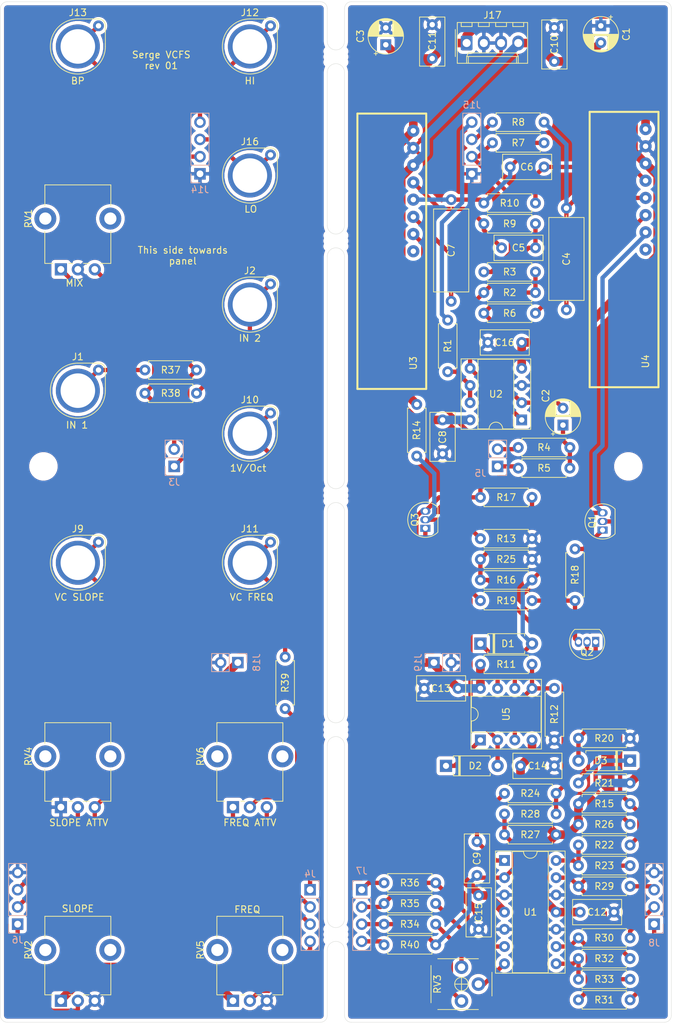
<source format=kicad_pcb>
(kicad_pcb (version 20171130) (host pcbnew "(5.1.8-0-10_14)")
  (layers (0 F.Cu signal) (31 B.Cu signal) (36 B.SilkS user) (37 F.SilkS user) (38 B.Mask user) (39 F.Mask user) (44 Edge.Cuts user))
  (net 0 "")
  (net 1 -12V)
  (net 2 GND)
  (net 3 "Net-(C2-Pad2)")
  (net 4 "Net-(C2-Pad1)")
  (net 5 +12V)
  (net 6 "Net-(C4-Pad2)")
  (net 7 "Net-(C4-Pad1)")
  (net 8 "Net-(C5-Pad2)")
  (net 9 "Net-(C5-Pad1)")
  (net 10 "Net-(C6-Pad2)")
  (net 11 "Net-(C6-Pad1)")
  (net 12 "Net-(C7-Pad2)")
  (net 13 /VC_FREQ_CCW_MAIN)
  (net 14 "Net-(C9-Pad1)")
  (net 15 /FREQ-CV-2)
  (net 16 "Net-(D1-Pad1)")
  (net 17 /FREQ-CV-1)
  (net 18 "Net-(D2-Pad1)")
  (net 19 "Net-(D3-Pad2)")
  (net 20 "Net-(D3-Pad1)")
  (net 21 "Net-(J1-Pad1)")
  (net 22 "Net-(J2-Pad1)")
  (net 23 /IN_2_IO)
  (net 24 /IN_1_IO)
  (net 25 GNDA)
  (net 26 +12VA)
  (net 27 /VOCT_IO)
  (net 28 /VC_FREQ_CCW_IO)
  (net 29 /VC_FREQ_CW_IO)
  (net 30 /FREQ_IO)
  (net 31 /IN_2_MAIN)
  (net 32 /IN_1_MAIN)
  (net 33 /VC_SLOPE_ATTV_IO)
  (net 34 /VC_SLOPE_IO)
  (net 35 /SLOPE_IO)
  (net 36 /VOCT_MAIN)
  (net 37 /VC_FREQ_CW_MAIN)
  (net 38 /FREQ_MAIN)
  (net 39 /VC_SLOPE_ATTV_MAIN)
  (net 40 /VC_SLOPE_MAIN)
  (net 41 /SLOPE_MAIN)
  (net 42 "Net-(J11-Pad1)")
  (net 43 /HP_OUT_IO)
  (net 44 /BP_OUT_IO)
  (net 45 /LOW_OUT_IO)
  (net 46 /LOW_OUT_MAIN)
  (net 47 /HP_OUT_MAIN)
  (net 48 /BP_OUT_MAIN)
  (net 49 "Net-(Q1-Pad1)")
  (net 50 "Net-(Q1-Pad2)")
  (net 51 "Net-(Q2-Pad1)")
  (net 52 "Net-(Q2-Pad3)")
  (net 53 "Net-(Q3-Pad1)")
  (net 54 "Net-(Q3-Pad2)")
  (net 55 "Net-(R1-Pad2)")
  (net 56 "Net-(R11-Pad1)")
  (net 57 "Net-(R16-Pad2)")
  (net 58 "Net-(R22-Pad2)")
  (net 59 "Net-(R23-Pad2)")
  (net 60 "Net-(R30-Pad1)")
  (net 61 "Net-(R32-Pad2)")
  (net 62 "Net-(R34-Pad2)")
  (net 63 "Net-(R35-Pad1)")
  (net 64 "Net-(R39-Pad1)")
  (net 65 "Net-(RV3-Pad2)")
  (module MountingHole:MountingHole_3.2mm_M3 (layer F.Cu) (at 52.324 100.584)
    (fp_text reference H2 hide)
    (fp_text value MountingScrew_M3_Flathead hide)
    (pad 1 np_thru_hole circle (at 0 0) (size 3.2 3.2) (drill 3.2) (layers *.Cu *.Mask))
  )
  (module MountingHole:MountingHole_3.2mm_M3 (layer F.Cu) (at 138.684 100.584)
    (fp_text reference H1 hide)
    (fp_text value MountingScrew_M3_Flathead hide)
    (pad 1 np_thru_hole circle (at 0 0) (size 3.2 3.2) (drill 3.2) (layers *.Cu *.Mask))
  )
  (module Connector_PinHeader_2.54mm:PinHeader_1x02_P2.54mm_Vertical (layer B.Cu) (at 109.982 129.54 270)
    (fp_text reference J19 (at 0 2.33 90) (layer B.SilkS) (effects (justify mirror)))
    (fp_text value Conn_01x02_Male hide)
    (pad 2 thru_hole oval (at 0 -2.54 270) (size 1.7 1.7) (drill 1) (layers *.Cu *.Mask) (net 2 GND))
    (pad 1 thru_hole rect (at 0 0 270) (size 1.7 1.7) (drill 1) (layers *.Cu *.Mask) (net 5 +12V))
  )
  (module Connector_PinSocket_2.54mm:PinSocket_1x02_P2.54mm_Vertical (layer B.Cu) (at 81.026 129.54 90)
    (fp_text reference J18 (at 0 2.77 90) (layer B.SilkS) (effects (justify mirror)))
    (fp_text value Conn_01x02_Female hide)
    (pad 2 thru_hole oval (at 0 -2.54 90) (size 1.7 1.7) (drill 1) (layers *.Cu *.Mask) (net 25 GNDA))
    (pad 1 thru_hole rect (at 0 0 90) (size 1.7 1.7) (drill 1) (layers *.Cu *.Mask) (net 26 +12VA))
  )
  (module Connector_PinSocket_2.54mm:PinSocket_1x04_P2.54mm_Vertical (layer B.Cu) (at 99.314 163.068 180)
    (fp_text reference J7 (at 0 2.77) (layer B.SilkS) (effects (justify mirror)))
    (fp_text value Conn_01x04_Male hide)
    (pad 4 thru_hole oval (at 0 -7.62 180) (size 1.7 1.7) (drill 1) (layers *.Cu *.Mask) (net 38 /FREQ_MAIN))
    (pad 3 thru_hole oval (at 0 -5.08 180) (size 1.7 1.7) (drill 1) (layers *.Cu *.Mask) (net 13 /VC_FREQ_CCW_MAIN))
    (pad 2 thru_hole oval (at 0 -2.54 180) (size 1.7 1.7) (drill 1) (layers *.Cu *.Mask) (net 37 /VC_FREQ_CW_MAIN))
    (pad 1 thru_hole rect (at 0 0 180) (size 1.7 1.7) (drill 1) (layers *.Cu *.Mask) (net 36 /VOCT_MAIN))
  )
  (module Connector_PinHeader_2.54mm:PinHeader_1x04_P2.54mm_Vertical (layer B.Cu) (at 91.694 163.068 180)
    (fp_text reference J4 (at 0 2.33) (layer B.SilkS) (effects (justify mirror)))
    (fp_text value Conn_01x04_Female hide)
    (pad 4 thru_hole oval (at 0 -7.62 180) (size 1.7 1.7) (drill 1) (layers *.Cu *.Mask) (net 30 /FREQ_IO))
    (pad 3 thru_hole oval (at 0 -5.08 180) (size 1.7 1.7) (drill 1) (layers *.Cu *.Mask) (net 28 /VC_FREQ_CCW_IO))
    (pad 2 thru_hole oval (at 0 -2.54 180) (size 1.7 1.7) (drill 1) (layers *.Cu *.Mask) (net 29 /VC_FREQ_CW_IO))
    (pad 1 thru_hole rect (at 0 0 180) (size 1.7 1.7) (drill 1) (layers *.Cu *.Mask) (net 27 /VOCT_IO))
  )
  (module rumblesan-footprints:R_Axial_DIN0207_L6.3mm_D2.5mm_P7.62mm_Horizontal (layer F.Cu) (at 131.318 150.368)
    (fp_text reference R15 (at 3.81 0) (layer F.SilkS))
    (fp_text value 22k)
    (pad 2 thru_hole oval (at 7.62 0) (size 1.6 1.6) (drill 0.8) (layers *.Cu *.Mask) (net 50 "Net-(Q1-Pad2)"))
    (pad 1 thru_hole circle (at 0 0) (size 1.6 1.6) (drill 0.8) (layers *.Cu *.Mask) (net 1 -12V))
  )
  (module rumblesan-footprints:C_Axial_L12.0mm_D5.0mm_P15.00mm_Horizontal (layer F.Cu) (at 112.522 61.214 270)
    (fp_text reference C7 (at 7.5 0 90) (layer F.SilkS))
    (fp_text value 220pF)
    (pad 1 thru_hole circle (at 0 0 270) (size 1.6 1.6) (drill 0.8) (layers *.Cu *.Mask) (net 10 "Net-(C6-Pad2)"))
    (pad 2 thru_hole oval (at 15 0 270) (size 1.6 1.6) (drill 0.8) (layers *.Cu *.Mask) (net 12 "Net-(C7-Pad2)"))
  )
  (module rumblesan-footprints:C_Axial_L12.0mm_D5.0mm_P15.00mm_Horizontal (layer F.Cu) (at 129.54 62.47 270)
    (fp_text reference C4 (at 7.5 0 90) (layer F.SilkS))
    (fp_text value 220pF)
    (pad 1 thru_hole circle (at 0 0 270) (size 1.6 1.6) (drill 0.8) (layers *.Cu *.Mask) (net 7 "Net-(C4-Pad1)"))
    (pad 2 thru_hole oval (at 15 0 270) (size 1.6 1.6) (drill 0.8) (layers *.Cu *.Mask) (net 6 "Net-(C4-Pad2)"))
  )
  (module rumblesan-footprints:mouse-bite-2.54mm-slot (layer F.Cu) (at 95.504 169.672 90)
    (fp_text reference mouse-bite-2.54mm-slot hide)
    (fp_text value VAL** hide)
    (pad "" np_thru_hole circle (at 0.8 1.1 90) (size 0.5 0.5) (drill 0.5) (layers *.Cu *.Mask))
    (pad "" np_thru_hole circle (at -0.8 1.1 90) (size 0.5 0.5) (drill 0.5) (layers *.Cu *.Mask))
    (pad "" np_thru_hole circle (at -0.8 -1.1 90) (size 0.5 0.5) (drill 0.5) (layers *.Cu *.Mask))
    (pad "" np_thru_hole circle (at 0.8 -1.1 90) (size 0.5 0.5) (drill 0.5) (layers *.Cu *.Mask))
    (pad "" np_thru_hole circle (at 0 1.1 90) (size 0.5 0.5) (drill 0.5) (layers *.Cu *.Mask))
    (pad "" np_thru_hole circle (at 0 -1.1 90) (size 0.5 0.5) (drill 0.5) (layers *.Cu *.Mask))
  )
  (module rumblesan-footprints:mouse-bite-2.54mm-slot (layer F.Cu) (at 95.504 139.446 90)
    (fp_text reference mouse-bite-2.54mm-slot hide)
    (fp_text value VAL** hide)
    (pad "" np_thru_hole circle (at 0.8 1.1 90) (size 0.5 0.5) (drill 0.5) (layers *.Cu *.Mask))
    (pad "" np_thru_hole circle (at -0.8 1.1 90) (size 0.5 0.5) (drill 0.5) (layers *.Cu *.Mask))
    (pad "" np_thru_hole circle (at -0.8 -1.1 90) (size 0.5 0.5) (drill 0.5) (layers *.Cu *.Mask))
    (pad "" np_thru_hole circle (at 0.8 -1.1 90) (size 0.5 0.5) (drill 0.5) (layers *.Cu *.Mask))
    (pad "" np_thru_hole circle (at 0 1.1 90) (size 0.5 0.5) (drill 0.5) (layers *.Cu *.Mask))
    (pad "" np_thru_hole circle (at 0 -1.1 90) (size 0.5 0.5) (drill 0.5) (layers *.Cu *.Mask))
  )
  (module rumblesan-footprints:mouse-bite-2.54mm-slot (layer F.Cu) (at 95.504 104.902 90)
    (fp_text reference mouse-bite-2.54mm-slot hide)
    (fp_text value VAL** hide)
    (pad "" np_thru_hole circle (at 0.8 1.1 90) (size 0.5 0.5) (drill 0.5) (layers *.Cu *.Mask))
    (pad "" np_thru_hole circle (at -0.8 1.1 90) (size 0.5 0.5) (drill 0.5) (layers *.Cu *.Mask))
    (pad "" np_thru_hole circle (at -0.8 -1.1 90) (size 0.5 0.5) (drill 0.5) (layers *.Cu *.Mask))
    (pad "" np_thru_hole circle (at 0.8 -1.1 90) (size 0.5 0.5) (drill 0.5) (layers *.Cu *.Mask))
    (pad "" np_thru_hole circle (at 0 1.1 90) (size 0.5 0.5) (drill 0.5) (layers *.Cu *.Mask))
    (pad "" np_thru_hole circle (at 0 -1.1 90) (size 0.5 0.5) (drill 0.5) (layers *.Cu *.Mask))
  )
  (module rumblesan-footprints:mouse-bite-2.54mm-slot (layer F.Cu) (at 95.504 67.31 90)
    (fp_text reference mouse-bite-2.54mm-slot hide)
    (fp_text value VAL** hide)
    (pad "" np_thru_hole circle (at 0.8 1.1 90) (size 0.5 0.5) (drill 0.5) (layers *.Cu *.Mask))
    (pad "" np_thru_hole circle (at -0.8 1.1 90) (size 0.5 0.5) (drill 0.5) (layers *.Cu *.Mask))
    (pad "" np_thru_hole circle (at -0.8 -1.1 90) (size 0.5 0.5) (drill 0.5) (layers *.Cu *.Mask))
    (pad "" np_thru_hole circle (at 0.8 -1.1 90) (size 0.5 0.5) (drill 0.5) (layers *.Cu *.Mask))
    (pad "" np_thru_hole circle (at 0 1.1 90) (size 0.5 0.5) (drill 0.5) (layers *.Cu *.Mask))
    (pad "" np_thru_hole circle (at 0 -1.1 90) (size 0.5 0.5) (drill 0.5) (layers *.Cu *.Mask))
  )
  (module rumblesan-footprints:mouse-bite-2.54mm-slot (layer F.Cu) (at 95.504 40.132 90)
    (fp_text reference mouse-bite-2.54mm-slot hide)
    (fp_text value VAL** hide)
    (pad "" np_thru_hole circle (at 0.8 1.1 90) (size 0.5 0.5) (drill 0.5) (layers *.Cu *.Mask))
    (pad "" np_thru_hole circle (at -0.8 1.1 90) (size 0.5 0.5) (drill 0.5) (layers *.Cu *.Mask))
    (pad "" np_thru_hole circle (at -0.8 -1.1 90) (size 0.5 0.5) (drill 0.5) (layers *.Cu *.Mask))
    (pad "" np_thru_hole circle (at 0.8 -1.1 90) (size 0.5 0.5) (drill 0.5) (layers *.Cu *.Mask))
    (pad "" np_thru_hole circle (at 0 1.1 90) (size 0.5 0.5) (drill 0.5) (layers *.Cu *.Mask))
    (pad "" np_thru_hole circle (at 0 -1.1 90) (size 0.5 0.5) (drill 0.5) (layers *.Cu *.Mask))
  )
  (module rumblesan-footprints:DIP-8_W7.62mm_Socket (layer F.Cu) (at 116.84 140.97 90)
    (fp_text reference U5 (at 3.81 3.81 90) (layer F.SilkS))
    (fp_text value TL072)
    (pad 8 thru_hole oval (at 7.62 0 90) (size 1.6 1.6) (drill 0.8) (layers *.Cu *.Mask) (net 5 +12V))
    (pad 4 thru_hole oval (at 0 7.62 90) (size 1.6 1.6) (drill 0.8) (layers *.Cu *.Mask) (net 1 -12V))
    (pad 7 thru_hole oval (at 7.62 2.54 90) (size 1.6 1.6) (drill 0.8) (layers *.Cu *.Mask) (net 16 "Net-(D1-Pad1)"))
    (pad 3 thru_hole oval (at 0 5.08 90) (size 1.6 1.6) (drill 0.8) (layers *.Cu *.Mask) (net 56 "Net-(R11-Pad1)"))
    (pad 6 thru_hole oval (at 7.62 5.08 90) (size 1.6 1.6) (drill 0.8) (layers *.Cu *.Mask) (net 15 /FREQ-CV-2))
    (pad 2 thru_hole oval (at 0 2.54 90) (size 1.6 1.6) (drill 0.8) (layers *.Cu *.Mask) (net 17 /FREQ-CV-1))
    (pad 5 thru_hole oval (at 7.62 7.62 90) (size 1.6 1.6) (drill 0.8) (layers *.Cu *.Mask) (net 56 "Net-(R11-Pad1)"))
    (pad 1 thru_hole rect (at 0 0 90) (size 1.6 1.6) (drill 0.8) (layers *.Cu *.Mask) (net 18 "Net-(D2-Pad1)"))
  )
  (module rumblesan-footprints:Serge_GainCell_Vertical (layer F.Cu) (at 141.224 50.8 270)
    (fp_text reference U4 (at 34.29 0 90) (layer F.SilkS))
    (fp_text value CGS108_Serge_Gain_Cell)
    (pad 8 thru_hole circle (at 17.78 0 270) (size 1.8 1.8) (drill 0.8) (layers *.Cu *.Mask))
    (pad 7 thru_hole circle (at 15.24 0 270) (size 1.8 1.8) (drill 0.8) (layers *.Cu *.Mask) (net 15 /FREQ-CV-2))
    (pad 6 thru_hole circle (at 12.7 0 270) (size 1.8 1.8) (drill 0.8) (layers *.Cu *.Mask) (net 6 "Net-(C4-Pad2)"))
    (pad 5 thru_hole circle (at 10.16 0 270) (size 1.8 1.8) (drill 0.8) (layers *.Cu *.Mask) (net 7 "Net-(C4-Pad1)"))
    (pad 4 thru_hole circle (at 7.62 0 270) (size 1.8 1.8) (drill 0.8) (layers *.Cu *.Mask) (net 11 "Net-(C6-Pad1)"))
    (pad 3 thru_hole circle (at 5.08 0 270) (size 1.8 1.8) (drill 0.8) (layers *.Cu *.Mask) (net 1 -12V))
    (pad 2 thru_hole circle (at 2.54 0 270) (size 1.8 1.8) (drill 0.8) (layers *.Cu *.Mask) (net 2 GND))
    (pad 1 thru_hole circle (at 0 0 270) (size 1.8 1.8) (drill 0.8) (layers *.Cu *.Mask) (net 5 +12V))
  )
  (module rumblesan-footprints:Serge_GainCell_Vertical (layer F.Cu) (at 106.934 51.054 270)
    (fp_text reference U3 (at 34.29 0 90) (layer F.SilkS))
    (fp_text value CGS108_Serge_Gain_Cell)
    (pad 8 thru_hole circle (at 17.78 0 270) (size 1.8 1.8) (drill 0.8) (layers *.Cu *.Mask))
    (pad 7 thru_hole circle (at 15.24 0 270) (size 1.8 1.8) (drill 0.8) (layers *.Cu *.Mask) (net 17 /FREQ-CV-1))
    (pad 6 thru_hole circle (at 12.7 0 270) (size 1.8 1.8) (drill 0.8) (layers *.Cu *.Mask) (net 12 "Net-(C7-Pad2)"))
    (pad 5 thru_hole circle (at 10.16 0 270) (size 1.8 1.8) (drill 0.8) (layers *.Cu *.Mask) (net 10 "Net-(C6-Pad2)"))
    (pad 4 thru_hole circle (at 7.62 0 270) (size 1.8 1.8) (drill 0.8) (layers *.Cu *.Mask) (net 9 "Net-(C5-Pad1)"))
    (pad 3 thru_hole circle (at 5.08 0 270) (size 1.8 1.8) (drill 0.8) (layers *.Cu *.Mask) (net 1 -12V))
    (pad 2 thru_hole circle (at 2.54 0 270) (size 1.8 1.8) (drill 0.8) (layers *.Cu *.Mask) (net 2 GND))
    (pad 1 thru_hole circle (at 0 0 270) (size 1.8 1.8) (drill 0.8) (layers *.Cu *.Mask) (net 5 +12V))
  )
  (module rumblesan-footprints:DIP-8_W7.62mm_Socket (layer F.Cu) (at 122.936 93.726 180)
    (fp_text reference U2 (at 3.81 3.81) (layer F.SilkS))
    (fp_text value TL072)
    (pad 8 thru_hole oval (at 7.62 0 180) (size 1.6 1.6) (drill 0.8) (layers *.Cu *.Mask) (net 5 +12V))
    (pad 4 thru_hole oval (at 0 7.62 180) (size 1.6 1.6) (drill 0.8) (layers *.Cu *.Mask) (net 1 -12V))
    (pad 7 thru_hole oval (at 7.62 2.54 180) (size 1.6 1.6) (drill 0.8) (layers *.Cu *.Mask) (net 55 "Net-(R1-Pad2)"))
    (pad 3 thru_hole oval (at 0 5.08 180) (size 1.6 1.6) (drill 0.8) (layers *.Cu *.Mask) (net 2 GND))
    (pad 6 thru_hole oval (at 7.62 5.08 180) (size 1.6 1.6) (drill 0.8) (layers *.Cu *.Mask) (net 55 "Net-(R1-Pad2)"))
    (pad 2 thru_hole oval (at 0 2.54 180) (size 1.6 1.6) (drill 0.8) (layers *.Cu *.Mask) (net 3 "Net-(C2-Pad2)"))
    (pad 5 thru_hole oval (at 7.62 7.62 180) (size 1.6 1.6) (drill 0.8) (layers *.Cu *.Mask) (net 8 "Net-(C5-Pad2)"))
    (pad 1 thru_hole rect (at 0 0 180) (size 1.6 1.6) (drill 0.8) (layers *.Cu *.Mask) (net 8 "Net-(C5-Pad2)"))
  )
  (module rumblesan-footprints:DIP-14_W7.62mm_Socket (layer F.Cu) (at 120.396 158.75)
    (fp_text reference U1 (at 3.81 7.62) (layer F.SilkS))
    (fp_text value TL074)
    (pad 14 thru_hole oval (at 7.62 0) (size 1.6 1.6) (drill 0.8) (layers *.Cu *.Mask) (net 58 "Net-(R22-Pad2)"))
    (pad 7 thru_hole oval (at 0 15.24) (size 1.6 1.6) (drill 0.8) (layers *.Cu *.Mask) (net 65 "Net-(RV3-Pad2)"))
    (pad 13 thru_hole oval (at 7.62 2.54) (size 1.6 1.6) (drill 0.8) (layers *.Cu *.Mask) (net 59 "Net-(R23-Pad2)"))
    (pad 6 thru_hole oval (at 0 12.7) (size 1.6 1.6) (drill 0.8) (layers *.Cu *.Mask) (net 37 /VC_FREQ_CW_MAIN))
    (pad 12 thru_hole oval (at 7.62 5.08) (size 1.6 1.6) (drill 0.8) (layers *.Cu *.Mask) (net 2 GND))
    (pad 5 thru_hole oval (at 0 10.16) (size 1.6 1.6) (drill 0.8) (layers *.Cu *.Mask) (net 2 GND))
    (pad 11 thru_hole oval (at 7.62 7.62) (size 1.6 1.6) (drill 0.8) (layers *.Cu *.Mask) (net 1 -12V))
    (pad 4 thru_hole oval (at 0 7.62) (size 1.6 1.6) (drill 0.8) (layers *.Cu *.Mask) (net 5 +12V))
    (pad 10 thru_hole oval (at 7.62 10.16) (size 1.6 1.6) (drill 0.8) (layers *.Cu *.Mask) (net 2 GND))
    (pad 3 thru_hole oval (at 0 5.08) (size 1.6 1.6) (drill 0.8) (layers *.Cu *.Mask) (net 2 GND))
    (pad 9 thru_hole oval (at 7.62 12.7) (size 1.6 1.6) (drill 0.8) (layers *.Cu *.Mask) (net 60 "Net-(R30-Pad1)"))
    (pad 2 thru_hole oval (at 0 2.54) (size 1.6 1.6) (drill 0.8) (layers *.Cu *.Mask) (net 13 /VC_FREQ_CCW_MAIN))
    (pad 8 thru_hole oval (at 7.62 15.24) (size 1.6 1.6) (drill 0.8) (layers *.Cu *.Mask) (net 61 "Net-(R32-Pad2)"))
    (pad 1 thru_hole rect (at 0 0) (size 1.6 1.6) (drill 0.8) (layers *.Cu *.Mask) (net 14 "Net-(C9-Pad1)"))
  )
  (module rumblesan-footprints:Potentiometer_Alpha_RD901F-40-00D_Single_Vertical_CircularHoles (layer F.Cu) (at 82.804 143.383 90)
    (fp_text reference RV6 (at 0 -7.3 270) (layer F.SilkS))
    (fp_text value 50kB)
    (pad "" thru_hole circle (at 0 -4.8 180) (size 3.24 3.24) (drill 1.8) (layers *.Cu *.Mask))
    (pad "" thru_hole circle (at 0 4.8 180) (size 3.24 3.24) (drill 1.8) (layers *.Cu *.Mask))
    (pad 3 thru_hole circle (at -7.5 2.5 180) (size 1.8 1.8) (drill 1) (layers *.Cu *.Mask) (net 29 /VC_FREQ_CW_IO))
    (pad 2 thru_hole circle (at -7.5 0 180) (size 1.8 1.8) (drill 1) (layers *.Cu *.Mask) (net 64 "Net-(R39-Pad1)"))
    (pad 1 thru_hole rect (at -7.5 -2.5 180) (size 1.8 1.8) (drill 1) (layers *.Cu *.Mask) (net 28 /VC_FREQ_CCW_IO))
  )
  (module rumblesan-footprints:Potentiometer_Alpha_RD901F-40-00D_Single_Vertical_CircularHoles (layer F.Cu) (at 82.804 171.958 90)
    (fp_text reference RV5 (at 0 -7.3 270) (layer F.SilkS))
    (fp_text value 50kB)
    (pad "" thru_hole circle (at 0 -4.8 180) (size 3.24 3.24) (drill 1.8) (layers *.Cu *.Mask))
    (pad "" thru_hole circle (at 0 4.8 180) (size 3.24 3.24) (drill 1.8) (layers *.Cu *.Mask))
    (pad 3 thru_hole circle (at -7.5 2.5 180) (size 1.8 1.8) (drill 1) (layers *.Cu *.Mask) (net 25 GNDA))
    (pad 2 thru_hole circle (at -7.5 0 180) (size 1.8 1.8) (drill 1) (layers *.Cu *.Mask) (net 30 /FREQ_IO))
    (pad 1 thru_hole rect (at -7.5 -2.5 180) (size 1.8 1.8) (drill 1) (layers *.Cu *.Mask) (net 26 +12VA))
  )
  (module rumblesan-footprints:Potentiometer_Alpha_RD901F-40-00D_Single_Vertical_CircularHoles (layer F.Cu) (at 57.404 143.383 90)
    (fp_text reference RV4 (at 0 -7.3 270) (layer F.SilkS))
    (fp_text value 50kB)
    (pad "" thru_hole circle (at 0 -4.8 180) (size 3.24 3.24) (drill 1.8) (layers *.Cu *.Mask))
    (pad "" thru_hole circle (at 0 4.8 180) (size 3.24 3.24) (drill 1.8) (layers *.Cu *.Mask))
    (pad 3 thru_hole circle (at -7.5 2.5 180) (size 1.8 1.8) (drill 1) (layers *.Cu *.Mask) (net 34 /VC_SLOPE_IO))
    (pad 2 thru_hole circle (at -7.5 0 180) (size 1.8 1.8) (drill 1) (layers *.Cu *.Mask) (net 33 /VC_SLOPE_ATTV_IO))
    (pad 1 thru_hole rect (at -7.5 -2.5 180) (size 1.8 1.8) (drill 1) (layers *.Cu *.Mask) (net 25 GNDA))
  )
  (module rumblesan-footprints:Potentiometer_THT_Bourns_3306P_Vertical (layer F.Cu) (at 114.046 176.998 270)
    (fp_text reference RV3 (at 0 3.556 90) (layer F.SilkS))
    (fp_text value 10k)
    (pad 3 thru_hole circle (at 2.5 0 270) (size 2 2) (drill 1.1) (layers *.Cu *.Mask) (net 62 "Net-(R34-Pad2)"))
    (pad 1 thru_hole circle (at -2.5 0 270) (size 2 2) (drill 1.1) (layers *.Cu *.Mask) (net 63 "Net-(R35-Pad1)"))
    (pad 2 thru_hole circle (at 0 -2.5 270) (size 2 2) (drill 1.1) (layers *.Cu *.Mask) (net 65 "Net-(RV3-Pad2)"))
  )
  (module rumblesan-footprints:Potentiometer_Alpha_RD901F-40-00D_Single_Vertical_CircularHoles (layer F.Cu) (at 57.404 171.958 90)
    (fp_text reference RV2 (at 0 -7.3 270) (layer F.SilkS))
    (fp_text value 50kB)
    (pad "" thru_hole circle (at 0 -4.8 180) (size 3.24 3.24) (drill 1.8) (layers *.Cu *.Mask))
    (pad "" thru_hole circle (at 0 4.8 180) (size 3.24 3.24) (drill 1.8) (layers *.Cu *.Mask))
    (pad 3 thru_hole circle (at -7.5 2.5 180) (size 1.8 1.8) (drill 1) (layers *.Cu *.Mask) (net 25 GNDA))
    (pad 2 thru_hole circle (at -7.5 0 180) (size 1.8 1.8) (drill 1) (layers *.Cu *.Mask) (net 35 /SLOPE_IO))
    (pad 1 thru_hole rect (at -7.5 -2.5 180) (size 1.8 1.8) (drill 1) (layers *.Cu *.Mask) (net 26 +12VA))
  )
  (module rumblesan-footprints:Potentiometer_Alpha_RD901F-40-00D_Single_Vertical_CircularHoles (layer F.Cu) (at 57.404 64.008 90)
    (fp_text reference RV1 (at 0 -7.3 270) (layer F.SilkS))
    (fp_text value 50kB)
    (pad "" thru_hole circle (at 0 -4.8 180) (size 3.24 3.24) (drill 1.8) (layers *.Cu *.Mask))
    (pad "" thru_hole circle (at 0 4.8 180) (size 3.24 3.24) (drill 1.8) (layers *.Cu *.Mask))
    (pad 3 thru_hole circle (at -7.5 2.5 180) (size 1.8 1.8) (drill 1) (layers *.Cu *.Mask) (net 24 /IN_1_IO))
    (pad 2 thru_hole circle (at -7.5 0 180) (size 1.8 1.8) (drill 1) (layers *.Cu *.Mask) (net 25 GNDA))
    (pad 1 thru_hole rect (at -7.5 -2.5 180) (size 1.8 1.8) (drill 1) (layers *.Cu *.Mask) (net 23 /IN_2_IO))
  )
  (module rumblesan-footprints:R_Axial_DIN0207_L6.3mm_D2.5mm_P7.62mm_Horizontal (layer F.Cu) (at 110.236 171.196 180)
    (fp_text reference R40 (at 3.81 0) (layer F.SilkS))
    (fp_text value 82k)
    (pad 2 thru_hole oval (at 7.62 0 180) (size 1.6 1.6) (drill 0.8) (layers *.Cu *.Mask) (net 38 /FREQ_MAIN))
    (pad 1 thru_hole circle (at 0 0 180) (size 1.6 1.6) (drill 0.8) (layers *.Cu *.Mask) (net 13 /VC_FREQ_CCW_MAIN))
  )
  (module rumblesan-footprints:R_Axial_DIN0207_L6.3mm_D2.5mm_P7.62mm_Horizontal (layer F.Cu) (at 88.011 136.3345 90)
    (fp_text reference R39 (at 3.81 0 90) (layer F.SilkS))
    (fp_text value 47k)
    (pad 2 thru_hole oval (at 7.62 0 90) (size 1.6 1.6) (drill 0.8) (layers *.Cu *.Mask) (net 42 "Net-(J11-Pad1)"))
    (pad 1 thru_hole circle (at 0 0 90) (size 1.6 1.6) (drill 0.8) (layers *.Cu *.Mask) (net 64 "Net-(R39-Pad1)"))
  )
  (module rumblesan-footprints:R_Axial_DIN0207_L6.3mm_D2.5mm_P7.62mm_Horizontal (layer F.Cu) (at 67.31 89.789)
    (fp_text reference R38 (at 3.81 0) (layer F.SilkS))
    (fp_text value 22k)
    (pad 2 thru_hole oval (at 7.62 0) (size 1.6 1.6) (drill 0.8) (layers *.Cu *.Mask) (net 22 "Net-(J2-Pad1)"))
    (pad 1 thru_hole circle (at 0 0) (size 1.6 1.6) (drill 0.8) (layers *.Cu *.Mask) (net 23 /IN_2_IO))
  )
  (module rumblesan-footprints:R_Axial_DIN0207_L6.3mm_D2.5mm_P7.62mm_Horizontal (layer F.Cu) (at 74.93 86.36 180)
    (fp_text reference R37 (at 3.81 0) (layer F.SilkS))
    (fp_text value 22k)
    (pad 2 thru_hole oval (at 7.62 0 180) (size 1.6 1.6) (drill 0.8) (layers *.Cu *.Mask) (net 21 "Net-(J1-Pad1)"))
    (pad 1 thru_hole circle (at 0 0 180) (size 1.6 1.6) (drill 0.8) (layers *.Cu *.Mask) (net 24 /IN_1_IO))
  )
  (module rumblesan-footprints:R_Axial_DIN0207_L6.3mm_D2.5mm_P7.62mm_Horizontal (layer F.Cu) (at 110.236 162.052 180)
    (fp_text reference R36 (at 3.81 0) (layer F.SilkS))
    (fp_text value 100k)
    (pad 2 thru_hole oval (at 7.62 0 180) (size 1.6 1.6) (drill 0.8) (layers *.Cu *.Mask) (net 36 /VOCT_MAIN))
    (pad 1 thru_hole circle (at 0 0 180) (size 1.6 1.6) (drill 0.8) (layers *.Cu *.Mask) (net 37 /VC_FREQ_CW_MAIN))
  )
  (module rumblesan-footprints:R_Axial_DIN0207_L6.3mm_D2.5mm_P7.62mm_Horizontal (layer F.Cu) (at 110.236 165.1 180)
    (fp_text reference R35 (at 3.81 0) (layer F.SilkS))
    (fp_text value 22k)
    (pad 2 thru_hole oval (at 7.62 0 180) (size 1.6 1.6) (drill 0.8) (layers *.Cu *.Mask) (net 37 /VC_FREQ_CW_MAIN))
    (pad 1 thru_hole circle (at 0 0 180) (size 1.6 1.6) (drill 0.8) (layers *.Cu *.Mask) (net 63 "Net-(R35-Pad1)"))
  )
  (module rumblesan-footprints:R_Axial_DIN0207_L6.3mm_D2.5mm_P7.62mm_Horizontal (layer F.Cu) (at 102.616 168.148)
    (fp_text reference R34 (at 3.81 0) (layer F.SilkS))
    (fp_text value 22k)
    (pad 2 thru_hole oval (at 7.62 0) (size 1.6 1.6) (drill 0.8) (layers *.Cu *.Mask) (net 62 "Net-(R34-Pad2)"))
    (pad 1 thru_hole circle (at 0 0) (size 1.6 1.6) (drill 0.8) (layers *.Cu *.Mask) (net 13 /VC_FREQ_CCW_MAIN))
  )
  (module rumblesan-footprints:R_Axial_DIN0207_L6.3mm_D2.5mm_P7.62mm_Horizontal (layer F.Cu) (at 131.318 176.276)
    (fp_text reference R33 (at 3.81 0) (layer F.SilkS))
    (fp_text value 330k)
    (pad 2 thru_hole oval (at 7.62 0) (size 1.6 1.6) (drill 0.8) (layers *.Cu *.Mask) (net 60 "Net-(R30-Pad1)"))
    (pad 1 thru_hole circle (at 0 0) (size 1.6 1.6) (drill 0.8) (layers *.Cu *.Mask) (net 61 "Net-(R32-Pad2)"))
  )
  (module rumblesan-footprints:R_Axial_DIN0207_L6.3mm_D2.5mm_P7.62mm_Horizontal (layer F.Cu) (at 138.938 173.228 180)
    (fp_text reference R32 (at 3.81 0) (layer F.SilkS))
    (fp_text value 330k)
    (pad 2 thru_hole oval (at 7.62 0 180) (size 1.6 1.6) (drill 0.8) (layers *.Cu *.Mask) (net 61 "Net-(R32-Pad2)"))
    (pad 1 thru_hole circle (at 0 0 180) (size 1.6 1.6) (drill 0.8) (layers *.Cu *.Mask) (net 59 "Net-(R23-Pad2)"))
  )
  (module rumblesan-footprints:R_Axial_DIN0207_L6.3mm_D2.5mm_P7.62mm_Horizontal (layer F.Cu) (at 131.318 179.324)
    (fp_text reference R31 (at 3.81 0) (layer F.SilkS))
    (fp_text value 1M)
    (pad 2 thru_hole oval (at 7.62 0) (size 1.6 1.6) (drill 0.8) (layers *.Cu *.Mask) (net 41 /SLOPE_MAIN))
    (pad 1 thru_hole circle (at 0 0) (size 1.6 1.6) (drill 0.8) (layers *.Cu *.Mask) (net 60 "Net-(R30-Pad1)"))
  )
  (module rumblesan-footprints:R_Axial_DIN0207_L6.3mm_D2.5mm_P7.62mm_Horizontal (layer F.Cu) (at 131.318 170.18)
    (fp_text reference R30 (at 3.81 0) (layer F.SilkS))
    (fp_text value 470k)
    (pad 2 thru_hole oval (at 7.62 0) (size 1.6 1.6) (drill 0.8) (layers *.Cu *.Mask) (net 40 /VC_SLOPE_MAIN))
    (pad 1 thru_hole circle (at 0 0) (size 1.6 1.6) (drill 0.8) (layers *.Cu *.Mask) (net 60 "Net-(R30-Pad1)"))
  )
  (module rumblesan-footprints:R_Axial_DIN0207_L6.3mm_D2.5mm_P7.62mm_Horizontal (layer F.Cu) (at 131.318 162.56)
    (fp_text reference R29 (at 3.81 0) (layer F.SilkS))
    (fp_text value 220k)
    (pad 2 thru_hole oval (at 7.62 0) (size 1.6 1.6) (drill 0.8) (layers *.Cu *.Mask) (net 39 /VC_SLOPE_ATTV_MAIN))
    (pad 1 thru_hole circle (at 0 0) (size 1.6 1.6) (drill 0.8) (layers *.Cu *.Mask) (net 59 "Net-(R23-Pad2)"))
  )
  (module rumblesan-footprints:R_Axial_DIN0207_L6.3mm_D2.5mm_P7.62mm_Horizontal (layer F.Cu) (at 128.016 151.892 180)
    (fp_text reference R28 (at 3.81 0) (layer F.SilkS))
    (fp_text value 2k)
    (pad 2 thru_hole oval (at 7.62 0 180) (size 1.6 1.6) (drill 0.8) (layers *.Cu *.Mask) (net 13 /VC_FREQ_CCW_MAIN))
    (pad 1 thru_hole circle (at 0 0 180) (size 1.6 1.6) (drill 0.8) (layers *.Cu *.Mask) (net 57 "Net-(R16-Pad2)"))
  )
  (module rumblesan-footprints:R_Axial_DIN0207_L6.3mm_D2.5mm_P7.62mm_Horizontal (layer F.Cu) (at 128.016 154.94 180)
    (fp_text reference R27 (at 3.81 0) (layer F.SilkS))
    (fp_text value 330k)
    (pad 2 thru_hole oval (at 7.62 0 180) (size 1.6 1.6) (drill 0.8) (layers *.Cu *.Mask) (net 13 /VC_FREQ_CCW_MAIN))
    (pad 1 thru_hole circle (at 0 0 180) (size 1.6 1.6) (drill 0.8) (layers *.Cu *.Mask) (net 1 -12V))
  )
  (module rumblesan-footprints:R_Axial_DIN0207_L6.3mm_D2.5mm_P7.62mm_Horizontal (layer F.Cu) (at 131.318 153.416)
    (fp_text reference R26 (at 3.81 0) (layer F.SilkS))
    (fp_text value 15k)
    (pad 2 thru_hole oval (at 7.62 0) (size 1.6 1.6) (drill 0.8) (layers *.Cu *.Mask) (net 51 "Net-(Q2-Pad1)"))
    (pad 1 thru_hole circle (at 0 0) (size 1.6 1.6) (drill 0.8) (layers *.Cu *.Mask) (net 1 -12V))
  )
  (module rumblesan-footprints:R_Axial_DIN0207_L6.3mm_D2.5mm_P7.62mm_Horizontal (layer F.Cu) (at 124.46 114.3 180)
    (fp_text reference R25 (at 3.81 0) (layer F.SilkS))
    (fp_text value 390r)
    (pad 2 thru_hole oval (at 7.62 0 180) (size 1.6 1.6) (drill 0.8) (layers *.Cu *.Mask) (net 57 "Net-(R16-Pad2)"))
    (pad 1 thru_hole circle (at 0 0 180) (size 1.6 1.6) (drill 0.8) (layers *.Cu *.Mask) (net 2 GND))
  )
  (module rumblesan-footprints:R_Axial_DIN0207_L6.3mm_D2.5mm_P7.62mm_Horizontal (layer F.Cu) (at 128.016 148.844 180)
    (fp_text reference R24 (at 3.81 0) (layer F.SilkS))
    (fp_text value 22k)
    (pad 2 thru_hole oval (at 7.62 0 180) (size 1.6 1.6) (drill 0.8) (layers *.Cu *.Mask) (net 14 "Net-(C9-Pad1)"))
    (pad 1 thru_hole circle (at 0 0 180) (size 1.6 1.6) (drill 0.8) (layers *.Cu *.Mask) (net 57 "Net-(R16-Pad2)"))
  )
  (module rumblesan-footprints:R_Axial_DIN0207_L6.3mm_D2.5mm_P7.62mm_Horizontal (layer F.Cu) (at 131.318 159.512)
    (fp_text reference R23 (at 3.81 0) (layer F.SilkS))
    (fp_text value 1M0)
    (pad 2 thru_hole oval (at 7.62 0) (size 1.6 1.6) (drill 0.8) (layers *.Cu *.Mask) (net 59 "Net-(R23-Pad2)"))
    (pad 1 thru_hole circle (at 0 0) (size 1.6 1.6) (drill 0.8) (layers *.Cu *.Mask) (net 58 "Net-(R22-Pad2)"))
  )
  (module rumblesan-footprints:R_Axial_DIN0207_L6.3mm_D2.5mm_P7.62mm_Horizontal (layer F.Cu) (at 138.938 156.464 180)
    (fp_text reference R22 (at 3.81 0) (layer F.SilkS))
    (fp_text value 33k)
    (pad 2 thru_hole oval (at 7.62 0 180) (size 1.6 1.6) (drill 0.8) (layers *.Cu *.Mask) (net 58 "Net-(R22-Pad2)"))
    (pad 1 thru_hole circle (at 0 0 180) (size 1.6 1.6) (drill 0.8) (layers *.Cu *.Mask) (net 50 "Net-(Q1-Pad2)"))
  )
  (module rumblesan-footprints:R_Axial_DIN0207_L6.3mm_D2.5mm_P7.62mm_Horizontal (layer F.Cu) (at 138.938 147.32 180)
    (fp_text reference R21 (at 3.81 0) (layer F.SilkS))
    (fp_text value 15k)
    (pad 2 thru_hole oval (at 7.62 0 180) (size 1.6 1.6) (drill 0.8) (layers *.Cu *.Mask) (net 20 "Net-(D3-Pad1)"))
    (pad 1 thru_hole circle (at 0 0 180) (size 1.6 1.6) (drill 0.8) (layers *.Cu *.Mask) (net 1 -12V))
  )
  (module rumblesan-footprints:R_Axial_DIN0207_L6.3mm_D2.5mm_P7.62mm_Horizontal (layer F.Cu) (at 138.938 140.716 180)
    (fp_text reference R20 (at 3.81 0) (layer F.SilkS))
    (fp_text value 47k)
    (pad 2 thru_hole oval (at 7.62 0 180) (size 1.6 1.6) (drill 0.8) (layers *.Cu *.Mask) (net 19 "Net-(D3-Pad2)"))
    (pad 1 thru_hole circle (at 0 0 180) (size 1.6 1.6) (drill 0.8) (layers *.Cu *.Mask) (net 2 GND))
  )
  (module rumblesan-footprints:R_Axial_DIN0207_L6.3mm_D2.5mm_P7.62mm_Horizontal (layer F.Cu) (at 124.46 120.396 180)
    (fp_text reference R19 (at 3.81 0) (layer F.SilkS))
    (fp_text value 6k8)
    (pad 2 thru_hole oval (at 7.62 0 180) (size 1.6 1.6) (drill 0.8) (layers *.Cu *.Mask) (net 53 "Net-(Q3-Pad1)"))
    (pad 1 thru_hole circle (at 0 0 180) (size 1.6 1.6) (drill 0.8) (layers *.Cu *.Mask) (net 52 "Net-(Q2-Pad3)"))
  )
  (module rumblesan-footprints:R_Axial_DIN0207_L6.3mm_D2.5mm_P7.62mm_Horizontal (layer F.Cu) (at 130.81 120.396 90)
    (fp_text reference R18 (at 3.81 0 90) (layer F.SilkS))
    (fp_text value 6k8)
    (pad 2 thru_hole oval (at 7.62 0 90) (size 1.6 1.6) (drill 0.8) (layers *.Cu *.Mask) (net 49 "Net-(Q1-Pad1)"))
    (pad 1 thru_hole circle (at 0 0 90) (size 1.6 1.6) (drill 0.8) (layers *.Cu *.Mask) (net 52 "Net-(Q2-Pad3)"))
  )
  (module rumblesan-footprints:R_Axial_DIN0207_L6.3mm_D2.5mm_P7.62mm_Horizontal (layer F.Cu) (at 116.84 105.156)
    (fp_text reference R17 (at 3.81 0) (layer F.SilkS))
    (fp_text value 475r)
    (pad 2 thru_hole oval (at 7.62 0) (size 1.6 1.6) (drill 0.8) (layers *.Cu *.Mask) (net 57 "Net-(R16-Pad2)"))
    (pad 1 thru_hole circle (at 0 0) (size 1.6 1.6) (drill 0.8) (layers *.Cu *.Mask) (net 17 /FREQ-CV-1))
  )
  (module rumblesan-footprints:R_Axial_DIN0207_L6.3mm_D2.5mm_P7.62mm_Horizontal (layer F.Cu) (at 124.46 117.348 180)
    (fp_text reference R16 (at 3.81 0) (layer F.SilkS))
    (fp_text value 475r)
    (pad 2 thru_hole oval (at 7.62 0 180) (size 1.6 1.6) (drill 0.8) (layers *.Cu *.Mask) (net 57 "Net-(R16-Pad2)"))
    (pad 1 thru_hole circle (at 0 0 180) (size 1.6 1.6) (drill 0.8) (layers *.Cu *.Mask) (net 15 /FREQ-CV-2))
  )
  (module rumblesan-footprints:R_Axial_DIN0207_L6.3mm_D2.5mm_P7.62mm_Horizontal (layer F.Cu) (at 107.442 91.44 270)
    (fp_text reference R14 (at 3.81 0 90) (layer F.SilkS))
    (fp_text value 33k)
    (pad 2 thru_hole oval (at 7.62 0 270) (size 1.6 1.6) (drill 0.8) (layers *.Cu *.Mask) (net 54 "Net-(Q3-Pad2)"))
    (pad 1 thru_hole circle (at 0 0 270) (size 1.6 1.6) (drill 0.8) (layers *.Cu *.Mask) (net 1 -12V))
  )
  (module rumblesan-footprints:R_Axial_DIN0207_L6.3mm_D2.5mm_P7.62mm_Horizontal (layer F.Cu) (at 124.46 111.252 180)
    (fp_text reference R13 (at 3.81 0) (layer F.SilkS))
    (fp_text value 22k)
    (pad 2 thru_hole oval (at 7.62 0 180) (size 1.6 1.6) (drill 0.8) (layers *.Cu *.Mask) (net 54 "Net-(Q3-Pad2)"))
    (pad 1 thru_hole circle (at 0 0 180) (size 1.6 1.6) (drill 0.8) (layers *.Cu *.Mask) (net 2 GND))
  )
  (module rumblesan-footprints:R_Axial_DIN0207_L6.3mm_D2.5mm_P7.62mm_Horizontal (layer F.Cu) (at 127.762 140.97 90)
    (fp_text reference R12 (at 3.81 0 90) (layer F.SilkS))
    (fp_text value 820r)
    (pad 2 thru_hole oval (at 7.62 0 90) (size 1.6 1.6) (drill 0.8) (layers *.Cu *.Mask) (net 56 "Net-(R11-Pad1)"))
    (pad 1 thru_hole circle (at 0 0 90) (size 1.6 1.6) (drill 0.8) (layers *.Cu *.Mask) (net 2 GND))
  )
  (module rumblesan-footprints:R_Axial_DIN0207_L6.3mm_D2.5mm_P7.62mm_Horizontal (layer F.Cu) (at 124.46 129.794 180)
    (fp_text reference R11 (at 3.81 0) (layer F.SilkS))
    (fp_text value 330k)
    (pad 2 thru_hole oval (at 7.62 0 180) (size 1.6 1.6) (drill 0.8) (layers *.Cu *.Mask) (net 5 +12V))
    (pad 1 thru_hole circle (at 0 0 180) (size 1.6 1.6) (drill 0.8) (layers *.Cu *.Mask) (net 56 "Net-(R11-Pad1)"))
  )
  (module rumblesan-footprints:R_Axial_DIN0207_L6.3mm_D2.5mm_P7.62mm_Horizontal (layer F.Cu) (at 124.968 61.722 180)
    (fp_text reference R10 (at 3.81 0) (layer F.SilkS))
    (fp_text value 47k)
    (pad 2 thru_hole oval (at 7.62 0 180) (size 1.6 1.6) (drill 0.8) (layers *.Cu *.Mask) (net 10 "Net-(C6-Pad2)"))
    (pad 1 thru_hole circle (at 0 0 180) (size 1.6 1.6) (drill 0.8) (layers *.Cu *.Mask) (net 11 "Net-(C6-Pad1)"))
  )
  (module rumblesan-footprints:R_Axial_DIN0207_L6.3mm_D2.5mm_P7.62mm_Horizontal (layer F.Cu) (at 117.348 64.77)
    (fp_text reference R9 (at 3.81 0) (layer F.SilkS))
    (fp_text value 47k)
    (pad 2 thru_hole oval (at 7.62 0) (size 1.6 1.6) (drill 0.8) (layers *.Cu *.Mask) (net 8 "Net-(C5-Pad2)"))
    (pad 1 thru_hole circle (at 0 0) (size 1.6 1.6) (drill 0.8) (layers *.Cu *.Mask) (net 9 "Net-(C5-Pad1)"))
  )
  (module rumblesan-footprints:R_Axial_DIN0207_L6.3mm_D2.5mm_P7.62mm_Horizontal (layer F.Cu) (at 118.618 49.784)
    (fp_text reference R8 (at 3.81 0) (layer F.SilkS))
    (fp_text value 330r)
    (pad 2 thru_hole oval (at 7.62 0) (size 1.6 1.6) (drill 0.8) (layers *.Cu *.Mask) (net 7 "Net-(C4-Pad1)"))
    (pad 1 thru_hole circle (at 0 0) (size 1.6 1.6) (drill 0.8) (layers *.Cu *.Mask) (net 46 /LOW_OUT_MAIN))
  )
  (module rumblesan-footprints:R_Axial_DIN0207_L6.3mm_D2.5mm_P7.62mm_Horizontal (layer F.Cu) (at 118.618 52.832)
    (fp_text reference R7 (at 3.81 0) (layer F.SilkS))
    (fp_text value 330r)
    (pad 2 thru_hole oval (at 7.62 0) (size 1.6 1.6) (drill 0.8) (layers *.Cu *.Mask) (net 10 "Net-(C6-Pad2)"))
    (pad 1 thru_hole circle (at 0 0) (size 1.6 1.6) (drill 0.8) (layers *.Cu *.Mask) (net 48 /BP_OUT_MAIN))
  )
  (module rumblesan-footprints:R_Axial_DIN0207_L6.3mm_D2.5mm_P7.62mm_Horizontal (layer F.Cu) (at 124.968 77.978 180)
    (fp_text reference R6 (at 3.81 0) (layer F.SilkS))
    (fp_text value 220k)
    (pad 2 thru_hole oval (at 7.62 0 180) (size 1.6 1.6) (drill 0.8) (layers *.Cu *.Mask) (net 3 "Net-(C2-Pad2)"))
    (pad 1 thru_hole circle (at 0 0 180) (size 1.6 1.6) (drill 0.8) (layers *.Cu *.Mask) (net 7 "Net-(C4-Pad1)"))
  )
  (module rumblesan-footprints:R_Axial_DIN0207_L6.3mm_D2.5mm_P7.62mm_Horizontal (layer F.Cu) (at 130.048 100.838 180)
    (fp_text reference R5 (at 3.81 0) (layer F.SilkS))
    (fp_text value 100k)
    (pad 2 thru_hole oval (at 7.62 0 180) (size 1.6 1.6) (drill 0.8) (layers *.Cu *.Mask) (net 32 /IN_1_MAIN))
    (pad 1 thru_hole circle (at 0 0 180) (size 1.6 1.6) (drill 0.8) (layers *.Cu *.Mask) (net 4 "Net-(C2-Pad1)"))
  )
  (module rumblesan-footprints:R_Axial_DIN0207_L6.3mm_D2.5mm_P7.62mm_Horizontal (layer F.Cu) (at 130.048 97.79 180)
    (fp_text reference R4 (at 3.81 0) (layer F.SilkS))
    (fp_text value 100k)
    (pad 2 thru_hole oval (at 7.62 0 180) (size 1.6 1.6) (drill 0.8) (layers *.Cu *.Mask) (net 31 /IN_2_MAIN))
    (pad 1 thru_hole circle (at 0 0 180) (size 1.6 1.6) (drill 0.8) (layers *.Cu *.Mask) (net 4 "Net-(C2-Pad1)"))
  )
  (module rumblesan-footprints:R_Axial_DIN0207_L6.3mm_D2.5mm_P7.62mm_Horizontal (layer F.Cu) (at 117.348 71.882)
    (fp_text reference R3 (at 3.81 0) (layer F.SilkS))
    (fp_text value 220k)
    (pad 2 thru_hole oval (at 7.62 0) (size 1.6 1.6) (drill 0.8) (layers *.Cu *.Mask) (net 3 "Net-(C2-Pad2)"))
    (pad 1 thru_hole circle (at 0 0) (size 1.6 1.6) (drill 0.8) (layers *.Cu *.Mask) (net 48 /BP_OUT_MAIN))
  )
  (module rumblesan-footprints:R_Axial_DIN0207_L6.3mm_D2.5mm_P7.62mm_Horizontal (layer F.Cu) (at 117.348 74.93)
    (fp_text reference R2 (at 3.81 0) (layer F.SilkS))
    (fp_text value 220k)
    (pad 2 thru_hole oval (at 7.62 0) (size 1.6 1.6) (drill 0.8) (layers *.Cu *.Mask) (net 3 "Net-(C2-Pad2)"))
    (pad 1 thru_hole circle (at 0 0) (size 1.6 1.6) (drill 0.8) (layers *.Cu *.Mask) (net 8 "Net-(C5-Pad2)"))
  )
  (module rumblesan-footprints:R_Axial_DIN0207_L6.3mm_D2.5mm_P7.62mm_Horizontal (layer F.Cu) (at 112.014 78.994 270)
    (fp_text reference R1 (at 3.81 0 90) (layer F.SilkS))
    (fp_text value 330r)
    (pad 2 thru_hole oval (at 7.62 0 270) (size 1.6 1.6) (drill 0.8) (layers *.Cu *.Mask) (net 55 "Net-(R1-Pad2)"))
    (pad 1 thru_hole circle (at 0 0 270) (size 1.6 1.6) (drill 0.8) (layers *.Cu *.Mask) (net 47 /HP_OUT_MAIN))
  )
  (module Package_TO_SOT_THT:TO-92_Inline (layer F.Cu) (at 108.712 109.728 90)
    (fp_text reference Q3 (at 1.27 -1.524 90) (layer F.SilkS))
    (fp_text value 2N3904)
    (pad 1 thru_hole rect (at 0 0 90) (size 1.05 1.5) (drill 0.75) (layers *.Cu *.Mask) (net 53 "Net-(Q3-Pad1)"))
    (pad 3 thru_hole oval (at 2.54 0 90) (size 1.05 1.5) (drill 0.75) (layers *.Cu *.Mask) (net 17 /FREQ-CV-1))
    (pad 2 thru_hole oval (at 1.27 0 90) (size 1.05 1.5) (drill 0.75) (layers *.Cu *.Mask) (net 54 "Net-(Q3-Pad2)"))
  )
  (module Package_TO_SOT_THT:TO-92_Inline (layer F.Cu) (at 133.858 126.492 180)
    (fp_text reference Q2 (at 1.27 -1.524) (layer F.SilkS))
    (fp_text value 2N3904)
    (pad 1 thru_hole rect (at 0 0 180) (size 1.05 1.5) (drill 0.75) (layers *.Cu *.Mask) (net 51 "Net-(Q2-Pad1)"))
    (pad 3 thru_hole oval (at 2.54 0 180) (size 1.05 1.5) (drill 0.75) (layers *.Cu *.Mask) (net 52 "Net-(Q2-Pad3)"))
    (pad 2 thru_hole oval (at 1.27 0 180) (size 1.05 1.5) (drill 0.75) (layers *.Cu *.Mask) (net 19 "Net-(D3-Pad2)"))
  )
  (module Package_TO_SOT_THT:TO-92_Inline (layer F.Cu) (at 134.874 109.982 90)
    (fp_text reference Q1 (at 1.27 -1.524 90) (layer F.SilkS))
    (fp_text value 2N3904)
    (pad 1 thru_hole rect (at 0 0 90) (size 1.05 1.5) (drill 0.75) (layers *.Cu *.Mask) (net 49 "Net-(Q1-Pad1)"))
    (pad 3 thru_hole oval (at 2.54 0 90) (size 1.05 1.5) (drill 0.75) (layers *.Cu *.Mask) (net 15 /FREQ-CV-2))
    (pad 2 thru_hole oval (at 1.27 0 90) (size 1.05 1.5) (drill 0.75) (layers *.Cu *.Mask) (net 50 "Net-(Q1-Pad2)"))
  )
  (module rumblesan-footprints:Molex_KK-254_AE-6410-04A_1x04_P2.54mm_Vertical (layer F.Cu) (at 114.808 38.1)
    (fp_text reference J17 (at 3.81 -4.12) (layer F.SilkS))
    (fp_text value Power)
    (pad 4 thru_hole oval (at 7.62 0) (size 1.74 2.19) (drill 1.19) (layers *.Cu *.Mask) (net 1 -12V))
    (pad 3 thru_hole oval (at 5.08 0) (size 1.74 2.19) (drill 1.19) (layers *.Cu *.Mask) (net 2 GND))
    (pad 2 thru_hole oval (at 2.54 0) (size 1.74 2.19) (drill 1.19) (layers *.Cu *.Mask) (net 2 GND))
    (pad 1 thru_hole roundrect (at 0 0) (size 1.74 2.19) (drill 1.19) (layers *.Cu *.Mask) (roundrect_rratio 0.1436775862068966) (net 5 +12V))
  )
  (module rumblesan-footprints:BananaJack_THT_JohnsonCinch_108-09 (layer F.Cu) (at 82.804 57.658)
    (fp_text reference J16 (at 0 -5) (layer F.SilkS))
    (fp_text value "LOW Out")
    (pad 1 thru_hole circle (at 3.048 -3.048) (size 1.6 1.6) (drill 0.8) (layers *.Cu *.Mask) (net 45 /LOW_OUT_IO))
    (pad 1 thru_hole circle (at 0 0) (size 6.5 6.5) (drill 5.1) (layers *.Cu *.Mask) (net 45 /LOW_OUT_IO))
  )
  (module Connector_PinSocket_2.54mm:PinSocket_1x04_P2.54mm_Vertical (layer B.Cu) (at 115.57 57.404)
    (fp_text reference J15 (at 0 -10.16) (layer B.SilkS) (effects (justify mirror)))
    (fp_text value Conn_01x04_Male hide)
    (pad 4 thru_hole oval (at 0 -7.62) (size 1.7 1.7) (drill 1) (layers *.Cu *.Mask) (net 47 /HP_OUT_MAIN))
    (pad 3 thru_hole oval (at 0 -5.08) (size 1.7 1.7) (drill 1) (layers *.Cu *.Mask) (net 46 /LOW_OUT_MAIN))
    (pad 2 thru_hole oval (at 0 -2.54) (size 1.7 1.7) (drill 1) (layers *.Cu *.Mask) (net 48 /BP_OUT_MAIN))
    (pad 1 thru_hole rect (at 0 0) (size 1.7 1.7) (drill 1) (layers *.Cu *.Mask) (net 2 GND))
  )
  (module Connector_PinHeader_2.54mm:PinHeader_1x04_P2.54mm_Vertical (layer B.Cu) (at 75.438 57.404)
    (fp_text reference J14 (at 0 2.33) (layer B.SilkS) (effects (justify mirror)))
    (fp_text value Conn_01x04_Female hide)
    (pad 4 thru_hole oval (at 0 -7.62) (size 1.7 1.7) (drill 1) (layers *.Cu *.Mask) (net 43 /HP_OUT_IO))
    (pad 3 thru_hole oval (at 0 -5.08) (size 1.7 1.7) (drill 1) (layers *.Cu *.Mask) (net 45 /LOW_OUT_IO))
    (pad 2 thru_hole oval (at 0 -2.54) (size 1.7 1.7) (drill 1) (layers *.Cu *.Mask) (net 44 /BP_OUT_IO))
    (pad 1 thru_hole rect (at 0 0) (size 1.7 1.7) (drill 1) (layers *.Cu *.Mask) (net 25 GNDA))
  )
  (module rumblesan-footprints:BananaJack_THT_JohnsonCinch_108-09 (layer F.Cu) (at 57.404 38.608)
    (fp_text reference J13 (at 0 -5) (layer F.SilkS))
    (fp_text value "BP Out")
    (pad 1 thru_hole circle (at 3.048 -3.048) (size 1.6 1.6) (drill 0.8) (layers *.Cu *.Mask) (net 44 /BP_OUT_IO))
    (pad 1 thru_hole circle (at 0 0) (size 6.5 6.5) (drill 5.1) (layers *.Cu *.Mask) (net 44 /BP_OUT_IO))
  )
  (module rumblesan-footprints:BananaJack_THT_JohnsonCinch_108-09 (layer F.Cu) (at 82.804 38.608)
    (fp_text reference J12 (at 0 -5) (layer F.SilkS))
    (fp_text value "HP Out")
    (pad 1 thru_hole circle (at 3.048 -3.048) (size 1.6 1.6) (drill 0.8) (layers *.Cu *.Mask) (net 43 /HP_OUT_IO))
    (pad 1 thru_hole circle (at 0 0) (size 6.5 6.5) (drill 5.1) (layers *.Cu *.Mask) (net 43 /HP_OUT_IO))
  )
  (module rumblesan-footprints:BananaJack_THT_JohnsonCinch_108-09 (layer F.Cu) (at 82.804 114.808)
    (fp_text reference J11 (at 0 -5) (layer F.SilkS))
    (fp_text value "VC Freq")
    (pad 1 thru_hole circle (at 3.048 -3.048) (size 1.6 1.6) (drill 0.8) (layers *.Cu *.Mask) (net 42 "Net-(J11-Pad1)"))
    (pad 1 thru_hole circle (at 0 0) (size 6.5 6.5) (drill 5.1) (layers *.Cu *.Mask) (net 42 "Net-(J11-Pad1)"))
  )
  (module rumblesan-footprints:BananaJack_THT_JohnsonCinch_108-09 (layer F.Cu) (at 82.804 95.758)
    (fp_text reference J10 (at 0 -5) (layer F.SilkS))
    (fp_text value V/Oct)
    (pad 1 thru_hole circle (at 3.048 -3.048) (size 1.6 1.6) (drill 0.8) (layers *.Cu *.Mask) (net 27 /VOCT_IO))
    (pad 1 thru_hole circle (at 0 0) (size 6.5 6.5) (drill 5.1) (layers *.Cu *.Mask) (net 27 /VOCT_IO))
  )
  (module rumblesan-footprints:BananaJack_THT_JohnsonCinch_108-09 (layer F.Cu) (at 57.404 114.808)
    (fp_text reference J9 (at 0 -5) (layer F.SilkS))
    (fp_text value "VC Slope")
    (pad 1 thru_hole circle (at 3.048 -3.048) (size 1.6 1.6) (drill 0.8) (layers *.Cu *.Mask) (net 34 /VC_SLOPE_IO))
    (pad 1 thru_hole circle (at 0 0) (size 6.5 6.5) (drill 5.1) (layers *.Cu *.Mask) (net 34 /VC_SLOPE_IO))
  )
  (module Connector_PinSocket_2.54mm:PinSocket_1x04_P2.54mm_Vertical (layer B.Cu) (at 142.494 168.148)
    (fp_text reference J8 (at 0 2.77) (layer B.SilkS) (effects (justify mirror)))
    (fp_text value Conn_01x04_Male hide)
    (pad 4 thru_hole oval (at 0 -7.62) (size 1.7 1.7) (drill 1) (layers *.Cu *.Mask) (net 2 GND))
    (pad 3 thru_hole oval (at 0 -5.08) (size 1.7 1.7) (drill 1) (layers *.Cu *.Mask) (net 39 /VC_SLOPE_ATTV_MAIN))
    (pad 2 thru_hole oval (at 0 -2.54) (size 1.7 1.7) (drill 1) (layers *.Cu *.Mask) (net 40 /VC_SLOPE_MAIN))
    (pad 1 thru_hole rect (at 0 0) (size 1.7 1.7) (drill 1) (layers *.Cu *.Mask) (net 41 /SLOPE_MAIN))
  )
  (module Connector_PinHeader_2.54mm:PinHeader_1x04_P2.54mm_Vertical (layer B.Cu) (at 48.514 168.148)
    (fp_text reference J6 (at 0 2.33) (layer B.SilkS) (effects (justify mirror)))
    (fp_text value Conn_01x04_Female hide)
    (pad 4 thru_hole oval (at 0 -7.62) (size 1.7 1.7) (drill 1) (layers *.Cu *.Mask) (net 25 GNDA))
    (pad 3 thru_hole oval (at 0 -5.08) (size 1.7 1.7) (drill 1) (layers *.Cu *.Mask) (net 33 /VC_SLOPE_ATTV_IO))
    (pad 2 thru_hole oval (at 0 -2.54) (size 1.7 1.7) (drill 1) (layers *.Cu *.Mask) (net 34 /VC_SLOPE_IO))
    (pad 1 thru_hole rect (at 0 0) (size 1.7 1.7) (drill 1) (layers *.Cu *.Mask) (net 35 /SLOPE_IO))
  )
  (module Connector_PinSocket_2.54mm:PinSocket_1x02_P2.54mm_Vertical (layer B.Cu) (at 119.38 100.584)
    (fp_text reference J5 (at -2.54 1.016) (layer B.SilkS) (effects (justify mirror)))
    (fp_text value Conn_01x02_Male hide)
    (pad 2 thru_hole oval (at 0 -2.54) (size 1.7 1.7) (drill 1) (layers *.Cu *.Mask) (net 31 /IN_2_MAIN))
    (pad 1 thru_hole rect (at 0 0) (size 1.7 1.7) (drill 1) (layers *.Cu *.Mask) (net 32 /IN_1_MAIN))
  )
  (module Connector_PinHeader_2.54mm:PinHeader_1x02_P2.54mm_Vertical (layer B.Cu) (at 71.628 100.584)
    (fp_text reference J3 (at 0 2.33) (layer B.SilkS) (effects (justify mirror)))
    (fp_text value Conn_01x02_Female hide)
    (pad 2 thru_hole oval (at 0 -2.54) (size 1.7 1.7) (drill 1) (layers *.Cu *.Mask) (net 23 /IN_2_IO))
    (pad 1 thru_hole rect (at 0 0) (size 1.7 1.7) (drill 1) (layers *.Cu *.Mask) (net 24 /IN_1_IO))
  )
  (module rumblesan-footprints:BananaJack_THT_JohnsonCinch_108-09 (layer F.Cu) (at 82.804 76.708)
    (fp_text reference J2 (at 0 -5) (layer F.SilkS))
    (fp_text value "In 2")
    (pad 1 thru_hole circle (at 3.048 -3.048) (size 1.6 1.6) (drill 0.8) (layers *.Cu *.Mask) (net 22 "Net-(J2-Pad1)"))
    (pad 1 thru_hole circle (at 0 0) (size 6.5 6.5) (drill 5.1) (layers *.Cu *.Mask) (net 22 "Net-(J2-Pad1)"))
  )
  (module rumblesan-footprints:BananaJack_THT_JohnsonCinch_108-09 (layer F.Cu) (at 57.404 89.408)
    (fp_text reference J1 (at 0 -5) (layer F.SilkS))
    (fp_text value "In 1")
    (pad 1 thru_hole circle (at 3.048 -3.048) (size 1.6 1.6) (drill 0.8) (layers *.Cu *.Mask) (net 21 "Net-(J1-Pad1)"))
    (pad 1 thru_hole circle (at 0 0) (size 6.5 6.5) (drill 5.1) (layers *.Cu *.Mask) (net 21 "Net-(J1-Pad1)"))
  )
  (module rumblesan-footprints:Diode_THT_P7.62mm_Horizontal (layer F.Cu) (at 138.938 144.018 180)
    (fp_text reference D3 (at 4.318 0) (layer F.SilkS))
    (fp_text value 1n4148)
    (pad 2 thru_hole oval (at 7.62 0 180) (size 1.8 1.8) (drill 0.9) (layers *.Cu *.Mask) (net 19 "Net-(D3-Pad2)"))
    (pad 1 thru_hole rect (at 0 0 180) (size 1.8 1.8) (drill 0.9) (layers *.Cu *.Mask) (net 20 "Net-(D3-Pad1)"))
  )
  (module rumblesan-footprints:Diode_THT_P7.62mm_Horizontal (layer F.Cu) (at 111.76 144.78)
    (fp_text reference D2 (at 4.318 0) (layer F.SilkS))
    (fp_text value 1n4148)
    (pad 2 thru_hole oval (at 7.62 0) (size 1.8 1.8) (drill 0.9) (layers *.Cu *.Mask) (net 17 /FREQ-CV-1))
    (pad 1 thru_hole rect (at 0 0) (size 1.8 1.8) (drill 0.9) (layers *.Cu *.Mask) (net 18 "Net-(D2-Pad1)"))
  )
  (module rumblesan-footprints:Diode_THT_P7.62mm_Horizontal (layer F.Cu) (at 116.84 126.746)
    (fp_text reference D1 (at 4.064 0) (layer F.SilkS))
    (fp_text value 1n4148)
    (pad 2 thru_hole oval (at 7.62 0) (size 1.8 1.8) (drill 0.9) (layers *.Cu *.Mask) (net 15 /FREQ-CV-2))
    (pad 1 thru_hole rect (at 0 0) (size 1.8 1.8) (drill 0.9) (layers *.Cu *.Mask) (net 16 "Net-(D1-Pad1)"))
  )
  (module rumblesan-footprints:C_Rect_L7.0mm_W3.5mm_P5.00mm (layer F.Cu) (at 117.936 82.296)
    (fp_text reference C16 (at 2.46 0) (layer F.SilkS))
    (fp_text value 100nF)
    (pad 2 thru_hole circle (at 5 0) (size 1.6 1.6) (drill 0.8) (layers *.Cu *.Mask) (net 1 -12V))
    (pad 1 thru_hole circle (at 0 0) (size 1.6 1.6) (drill 0.8) (layers *.Cu *.Mask) (net 2 GND))
  )
  (module rumblesan-footprints:C_Rect_L7.0mm_W3.5mm_P5.00mm (layer F.Cu) (at 116.586 163.91 270)
    (fp_text reference C15 (at 2.5 0 90) (layer F.SilkS))
    (fp_text value 100nF)
    (pad 2 thru_hole circle (at 5 0 270) (size 1.6 1.6) (drill 0.8) (layers *.Cu *.Mask) (net 2 GND))
    (pad 1 thru_hole circle (at 0 0 270) (size 1.6 1.6) (drill 0.8) (layers *.Cu *.Mask) (net 5 +12V))
  )
  (module rumblesan-footprints:C_Rect_L7.0mm_W3.5mm_P5.00mm (layer F.Cu) (at 127.762 144.78 180)
    (fp_text reference C14 (at 2.5 0) (layer F.SilkS))
    (fp_text value 100nF)
    (pad 2 thru_hole circle (at 5 0 180) (size 1.6 1.6) (drill 0.8) (layers *.Cu *.Mask) (net 1 -12V))
    (pad 1 thru_hole circle (at 0 0 180) (size 1.6 1.6) (drill 0.8) (layers *.Cu *.Mask) (net 2 GND))
  )
  (module rumblesan-footprints:C_Rect_L7.0mm_W3.5mm_P5.00mm (layer F.Cu) (at 113.538 133.35 180)
    (fp_text reference C13 (at 2.54 0) (layer F.SilkS))
    (fp_text value 100nF)
    (pad 2 thru_hole circle (at 5 0 180) (size 1.6 1.6) (drill 0.8) (layers *.Cu *.Mask) (net 2 GND))
    (pad 1 thru_hole circle (at 0 0 180) (size 1.6 1.6) (drill 0.8) (layers *.Cu *.Mask) (net 5 +12V))
  )
  (module rumblesan-footprints:C_Rect_L7.0mm_W3.5mm_P5.00mm (layer F.Cu) (at 136.572 166.37 180)
    (fp_text reference C12 (at 2.5 0) (layer F.SilkS))
    (fp_text value 100nF)
    (pad 2 thru_hole circle (at 5 0 180) (size 1.6 1.6) (drill 0.8) (layers *.Cu *.Mask) (net 1 -12V))
    (pad 1 thru_hole circle (at 0 0 180) (size 1.6 1.6) (drill 0.8) (layers *.Cu *.Mask) (net 2 GND))
  )
  (module rumblesan-footprints:C_Rect_L7.0mm_W3.5mm_P5.00mm (layer F.Cu) (at 109.728 40.386 90)
    (fp_text reference C11 (at 2.54 0 90) (layer F.SilkS))
    (fp_text value 100nF)
    (pad 2 thru_hole circle (at 5 0 90) (size 1.6 1.6) (drill 0.8) (layers *.Cu *.Mask) (net 2 GND))
    (pad 1 thru_hole circle (at 0 0 90) (size 1.6 1.6) (drill 0.8) (layers *.Cu *.Mask) (net 5 +12V))
  )
  (module rumblesan-footprints:C_Rect_L7.0mm_W3.5mm_P5.00mm (layer F.Cu) (at 127.762 35.814 270)
    (fp_text reference C10 (at 2.54 0 90) (layer F.SilkS))
    (fp_text value 100nF)
    (pad 2 thru_hole circle (at 5 0 270) (size 1.6 1.6) (drill 0.8) (layers *.Cu *.Mask) (net 1 -12V))
    (pad 1 thru_hole circle (at 0 0 270) (size 1.6 1.6) (drill 0.8) (layers *.Cu *.Mask) (net 2 GND))
  )
  (module rumblesan-footprints:C_Rect_L7.0mm_W3.5mm_P5.00mm (layer F.Cu) (at 116.332 155.956 270)
    (fp_text reference C9 (at 2.5 0 90) (layer F.SilkS))
    (fp_text value 220pF)
    (pad 2 thru_hole circle (at 5 0 270) (size 1.6 1.6) (drill 0.8) (layers *.Cu *.Mask) (net 13 /VC_FREQ_CCW_MAIN))
    (pad 1 thru_hole circle (at 0 0 270) (size 1.6 1.6) (drill 0.8) (layers *.Cu *.Mask) (net 14 "Net-(C9-Pad1)"))
  )
  (module rumblesan-footprints:C_Rect_L7.0mm_W3.5mm_P5.00mm (layer F.Cu) (at 111.252 93.726 270)
    (fp_text reference C8 (at 2.54 0 90) (layer F.SilkS))
    (fp_text value 100nF)
    (pad 2 thru_hole circle (at 5 0 270) (size 1.6 1.6) (drill 0.8) (layers *.Cu *.Mask) (net 2 GND))
    (pad 1 thru_hole circle (at 0 0 270) (size 1.6 1.6) (drill 0.8) (layers *.Cu *.Mask) (net 5 +12V))
  )
  (module rumblesan-footprints:C_Rect_L7.0mm_W3.5mm_P5.00mm (layer F.Cu) (at 126.238 56.388 180)
    (fp_text reference C6 (at 2.54 0) (layer F.SilkS))
    (fp_text value 15pF)
    (pad 2 thru_hole circle (at 5 0 180) (size 1.6 1.6) (drill 0.8) (layers *.Cu *.Mask) (net 10 "Net-(C6-Pad2)"))
    (pad 1 thru_hole circle (at 0 0 180) (size 1.6 1.6) (drill 0.8) (layers *.Cu *.Mask) (net 11 "Net-(C6-Pad1)"))
  )
  (module rumblesan-footprints:C_Rect_L7.0mm_W3.5mm_P5.00mm (layer F.Cu) (at 119.968 68.326)
    (fp_text reference C5 (at 2.5 0) (layer F.SilkS))
    (fp_text value 15pF)
    (pad 2 thru_hole circle (at 5 0) (size 1.6 1.6) (drill 0.8) (layers *.Cu *.Mask) (net 8 "Net-(C5-Pad2)"))
    (pad 1 thru_hole circle (at 0 0) (size 1.6 1.6) (drill 0.8) (layers *.Cu *.Mask) (net 9 "Net-(C5-Pad1)"))
  )
  (module rumblesan-footprints:CP_Radial_D5.0mm_P2.50mm (layer F.Cu) (at 102.87 38.354 90)
    (fp_text reference C3 (at 1.25 -3.75 90) (layer F.SilkS))
    (fp_text value 10uF)
    (pad 2 thru_hole circle (at 2.5 0 90) (size 1.6 1.6) (drill 0.8) (layers *.Cu *.Mask) (net 2 GND))
    (pad 1 thru_hole rect (at 0 0 90) (size 1.6 1.6) (drill 0.8) (layers *.Cu *.Mask) (net 5 +12V))
  )
  (module rumblesan-footprints:CP_Radial_D5.0mm_P2.50mm (layer F.Cu) (at 129.032 94.488 90)
    (fp_text reference C2 (at 4.318 -2.54 90) (layer F.SilkS))
    (fp_text value 10uF)
    (pad 2 thru_hole circle (at 2.5 0 90) (size 1.6 1.6) (drill 0.8) (layers *.Cu *.Mask) (net 3 "Net-(C2-Pad2)"))
    (pad 1 thru_hole rect (at 0 0 90) (size 1.6 1.6) (drill 0.8) (layers *.Cu *.Mask) (net 4 "Net-(C2-Pad1)"))
  )
  (module rumblesan-footprints:CP_Radial_D5.0mm_P2.50mm (layer F.Cu) (at 134.62 35.56 270)
    (fp_text reference C1 (at 1.25 -3.75 90) (layer F.SilkS))
    (fp_text value 10uf)
    (pad 2 thru_hole circle (at 2.5 0 270) (size 1.6 1.6) (drill 0.8) (layers *.Cu *.Mask) (net 1 -12V))
    (pad 1 thru_hole rect (at 0 0 270) (size 1.6 1.6) (drill 0.8) (layers *.Cu *.Mask) (net 2 GND))
  )
  (gr_arc (start 46.99 181.61) (end 45.974 181.61) (angle -90) (layer Edge.Cuts) (width 0.05))
  (gr_arc (start 93.218 181.61) (end 93.218 182.626) (angle -90) (layer Edge.Cuts) (width 0.05))
  (gr_arc (start 97.79 181.61) (end 96.774 181.61) (angle -90) (layer Edge.Cuts) (width 0.05))
  (gr_arc (start 144.018 181.61) (end 144.018 182.626) (angle -90) (layer Edge.Cuts) (width 0.05))
  (gr_arc (start 144.018 33.02) (end 145.034 33.02) (angle -90) (layer Edge.Cuts) (width 0.05))
  (gr_arc (start 97.79 33.02) (end 97.79 32.004) (angle -90) (layer Edge.Cuts) (width 0.05))
  (gr_arc (start 93.218 33.02) (end 94.234 33.02) (angle -90) (layer Edge.Cuts) (width 0.05))
  (gr_arc (start 46.99 33.02) (end 46.99 32.004) (angle -90) (layer Edge.Cuts) (width 0.05))
  (gr_text "Serge VCFS\nrev 01" (at 69.723 40.64) (layer F.SilkS) (effects (font (size 1 1))))
  (gr_text "FREQ ATTV" (at 82.804 153.162) (layer F.SilkS) (effects (font (size 1 1))))
  (gr_text "SLOPE ATTV" (at 57.531 153.162) (layer F.SilkS) (effects (font (size 1 1))))
  (gr_text FREQ (at 82.423 165.989) (layer F.SilkS) (effects (font (size 1 1))))
  (gr_text SLOPE (at 57.404 165.862) (layer F.SilkS) (effects (font (size 1 1))))
  (gr_text "VC FREQ" (at 83.058 119.888) (layer F.SilkS) (effects (font (size 1 1))))
  (gr_text "VC SLOPE" (at 57.658 119.888) (layer F.SilkS) (effects (font (size 1 1))))
  (gr_text 1V/Oct (at 82.55 100.838) (layer F.SilkS) (effects (font (size 1 1))))
  (gr_text "IN 1" (at 57.277 94.488) (layer F.SilkS) (effects (font (size 1 1))))
  (gr_text "IN 2" (at 82.804 81.661) (layer F.SilkS) (effects (font (size 1 1))))
  (gr_text "This side towards\npanel" (at 72.898 69.469) (layer F.SilkS) (effects (font (size 1 1))))
  (gr_text MIX (at 56.896 73.533) (layer F.SilkS) (effects (font (size 1 1))))
  (gr_text LO (at 82.931 62.611) (layer F.SilkS) (effects (font (size 1 1))))
  (gr_text HI (at 82.804 43.688) (layer F.SilkS) (effects (font (size 1 1))))
  (gr_text BP (at 57.404 43.688) (layer F.SilkS) (effects (font (size 1 1))))
  (gr_line (start 94.234 181.61) (end 94.234 171.958) (layer Edge.Cuts) (width 0.05))
  (gr_line (start 96.774 171.958) (end 96.774 181.61) (layer Edge.Cuts) (width 0.05))
  (gr_arc (start 95.504 171.958) (end 96.774 171.958) (angle -180) (layer Edge.Cuts) (width 0.05))
  (gr_arc (start 95.504 167.386) (end 94.234 167.386) (angle -180) (layer Edge.Cuts) (width 0.05))
  (gr_line (start 94.234 167.386) (end 94.234 141.732) (layer Edge.Cuts) (width 0.05))
  (gr_line (start 96.774 141.732) (end 96.774 167.386) (layer Edge.Cuts) (width 0.05))
  (gr_arc (start 95.504 141.732) (end 96.774 141.732) (angle -180) (layer Edge.Cuts) (width 0.05))
  (gr_arc (start 95.504 137.16) (end 94.234 137.16) (angle -180) (layer Edge.Cuts) (width 0.05))
  (gr_line (start 94.234 137.16) (end 94.234 107.188) (layer Edge.Cuts) (width 0.05))
  (gr_line (start 96.774 107.188) (end 96.774 137.16) (layer Edge.Cuts) (width 0.05))
  (gr_arc (start 95.504 107.188) (end 96.774 107.188) (angle -180) (layer Edge.Cuts) (width 0.05))
  (gr_arc (start 95.504 102.616) (end 94.234 102.616) (angle -180) (layer Edge.Cuts) (width 0.05))
  (gr_line (start 94.234 102.616) (end 94.234 69.596) (layer Edge.Cuts) (width 0.05))
  (gr_line (start 96.774 69.596) (end 96.774 102.616) (layer Edge.Cuts) (width 0.05))
  (gr_arc (start 95.504 69.596) (end 96.774 69.596) (angle -180) (layer Edge.Cuts) (width 0.05))
  (gr_arc (start 95.504 65.024) (end 94.234 65.024) (angle -180) (layer Edge.Cuts) (width 0.05))
  (gr_line (start 94.234 65.024) (end 94.234 42.418) (layer Edge.Cuts) (width 0.05))
  (gr_line (start 96.774 42.418) (end 96.774 65.024) (layer Edge.Cuts) (width 0.05))
  (gr_arc (start 95.504 42.418) (end 96.774 42.418) (angle -180) (layer Edge.Cuts) (width 0.05))
  (gr_arc (start 95.504 37.846) (end 94.234 37.846) (angle -180) (layer Edge.Cuts) (width 0.05))
  (gr_line (start 94.234 33.02) (end 94.234 37.846) (layer Edge.Cuts) (width 0.05))
  (gr_line (start 145.034 33.02) (end 145.034 181.61) (layer Edge.Cuts) (width 0.05))
  (gr_line (start 144.018 32.004) (end 97.79 32.004) (layer Edge.Cuts) (width 0.05))
  (gr_line (start 97.79 182.626) (end 144.018 182.626) (layer Edge.Cuts) (width 0.05))
  (gr_line (start 96.774 33.02) (end 96.774 37.846) (layer Edge.Cuts) (width 0.05))
  (gr_line (start 45.974 33.02) (end 45.974 181.61) (layer Edge.Cuts) (width 0.05))
  (gr_line (start 93.218 32.004) (end 46.99 32.004) (layer Edge.Cuts) (width 0.05))
  (gr_line (start 46.99 182.626) (end 93.218 182.626) (layer Edge.Cuts) (width 0.05))
  (segment (start 125.048 38.1) (end 127.762 40.814) (width 1.27) (layer F.Cu) (net 1))
  (segment (start 131.866 40.814) (end 134.62 38.06) (width 1.27) (layer F.Cu) (net 1))
  (segment (start 127.762 40.814) (end 131.866 40.814) (width 1.27) (layer F.Cu) (net 1))
  (segment (start 134.62 38.06) (end 133.820001 38.859999) (width 1.27) (layer F.Cu) (net 1))
  (segment (start 122.428 38.1) (end 125.048 38.1) (width 1.27) (layer F.Cu) (net 1))
  (segment (start 122.428 38.272615) (end 122.428 38.1) (width 1.27) (layer F.Cu) (net 1))
  (segment (start 108.723001 54.344999) (end 108.723001 51.977614) (width 1.27) (layer B.Cu) (net 1))
  (segment (start 108.723001 51.977614) (end 122.428 38.272615) (width 1.27) (layer B.Cu) (net 1))
  (segment (start 106.934 56.134) (end 108.723001 54.344999) (width 1.27) (layer B.Cu) (net 1))
  (segment (start 122.936 82.296) (end 122.936 86.106) (width 1.27) (layer F.Cu) (net 1))
  (segment (start 124.46 143.082) (end 122.762 144.78) (width 1.27) (layer F.Cu) (net 1))
  (segment (start 124.46 140.97) (end 124.46 143.082) (width 1.27) (layer F.Cu) (net 1))
  (segment (start 122.762 149.686) (end 128.016 154.94) (width 1.27) (layer F.Cu) (net 1))
  (segment (start 122.762 144.78) (end 122.762 149.686) (width 1.27) (layer F.Cu) (net 1))
  (segment (start 126.326999 164.680999) (end 128.016 166.37) (width 1.27) (layer F.Cu) (net 1))
  (segment (start 126.326999 156.629001) (end 126.326999 164.680999) (width 1.27) (layer F.Cu) (net 1))
  (segment (start 128.016 154.94) (end 126.326999 156.629001) (width 1.27) (layer F.Cu) (net 1))
  (segment (start 128.016 166.37) (end 131.572 166.37) (width 1.27) (layer F.Cu) (net 1))
  (segment (start 105.144999 89.142999) (end 107.442 91.44) (width 1.27) (layer F.Cu) (net 1))
  (segment (start 105.144999 57.923001) (end 105.144999 89.142999) (width 1.27) (layer F.Cu) (net 1))
  (segment (start 106.934 56.134) (end 105.144999 57.923001) (width 1.27) (layer F.Cu) (net 1))
  (segment (start 139.434999 48.382999) (end 131.866 40.814) (width 1.27) (layer F.Cu) (net 1))
  (segment (start 139.434999 54.090999) (end 139.434999 48.382999) (width 1.27) (layer F.Cu) (net 1))
  (segment (start 141.224 55.88) (end 139.434999 54.090999) (width 1.27) (layer F.Cu) (net 1))
  (segment (start 130.155722 82.296) (end 122.936 82.296) (width 1.27) (layer F.Cu) (net 1))
  (segment (start 143.013001 69.438721) (end 130.155722 82.296) (width 1.27) (layer F.Cu) (net 1))
  (segment (start 141.224 55.88) (end 143.013001 57.669001) (width 1.27) (layer F.Cu) (net 1))
  (segment (start 143.013001 57.669001) (end 143.013001 69.438721) (width 1.27) (layer F.Cu) (net 1))
  (segment (start 128.016 154.94) (end 129.794 154.94) (width 1.27) (layer F.Cu) (net 1))
  (segment (start 129.794 154.94) (end 131.318 153.416) (width 1.27) (layer F.Cu) (net 1))
  (segment (start 131.318 150.368) (end 131.318 153.416) (width 1.27) (layer F.Cu) (net 1))
  (segment (start 143.013001 143.244999) (end 143.013001 69.438721) (width 1.27) (layer F.Cu) (net 1))
  (segment (start 138.938 147.32) (end 143.013001 143.244999) (width 1.27) (layer F.Cu) (net 1))
  (segment (start 134.366 147.32) (end 131.318 150.368) (width 1.27) (layer B.Cu) (net 1))
  (segment (start 138.938 147.32) (end 134.366 147.32) (width 1.27) (layer B.Cu) (net 1))
  (segment (start 122.936 91.186) (end 119.417999 87.667999) (width 0.635) (layer F.Cu) (net 3))
  (segment (start 128.23 91.186) (end 129.032 91.988) (width 0.635) (layer F.Cu) (net 3))
  (segment (start 122.936 91.186) (end 128.23 91.186) (width 0.635) (layer F.Cu) (net 3))
  (segment (start 124.968 71.882) (end 124.968 74.93) (width 0.635) (layer F.Cu) (net 3))
  (segment (start 120.396 74.93) (end 117.348 77.978) (width 0.635) (layer F.Cu) (net 3))
  (segment (start 124.968 74.93) (end 120.396 74.93) (width 0.635) (layer F.Cu) (net 3))
  (segment (start 119.417999 80.047999) (end 117.348 77.978) (width 0.635) (layer F.Cu) (net 3))
  (segment (start 119.417999 87.667999) (end 119.417999 80.047999) (width 0.635) (layer F.Cu) (net 3))
  (segment (start 129.032 96.774) (end 130.048 97.79) (width 0.635) (layer F.Cu) (net 4))
  (segment (start 129.032 94.488) (end 129.032 96.774) (width 0.635) (layer F.Cu) (net 4))
  (segment (start 130.048 97.79) (end 130.048 100.838) (width 0.635) (layer F.Cu) (net 4))
  (segment (start 112.014 38.1) (end 109.728 40.386) (width 1.27) (layer F.Cu) (net 5))
  (segment (start 114.808 38.1) (end 112.014 38.1) (width 1.27) (layer F.Cu) (net 5))
  (segment (start 104.902 40.386) (end 102.87 38.354) (width 1.27) (layer F.Cu) (net 5))
  (segment (start 109.728 40.386) (end 104.902 40.386) (width 1.27) (layer F.Cu) (net 5))
  (segment (start 106.934 43.18) (end 109.728 40.386) (width 1.27) (layer F.Cu) (net 5))
  (segment (start 106.934 51.054) (end 106.934 43.18) (width 1.27) (layer F.Cu) (net 5))
  (segment (start 116.84 129.794) (end 116.84 133.35) (width 1.27) (layer F.Cu) (net 5))
  (segment (start 117.936 163.91) (end 120.396 166.37) (width 1.27) (layer F.Cu) (net 5))
  (segment (start 116.586 163.91) (end 117.936 163.91) (width 1.27) (layer F.Cu) (net 5))
  (segment (start 107.228278 93.726) (end 111.252 93.726) (width 1.27) (layer F.Cu) (net 5))
  (segment (start 103.620989 90.118711) (end 107.228278 93.726) (width 1.27) (layer F.Cu) (net 5))
  (segment (start 103.620989 54.367011) (end 103.620989 90.118711) (width 1.27) (layer F.Cu) (net 5))
  (segment (start 106.934 51.054) (end 103.620989 54.367011) (width 1.27) (layer F.Cu) (net 5))
  (segment (start 114.808 37.005) (end 114.808 38.1) (width 1.27) (layer F.Cu) (net 5))
  (segment (start 136.131201 33.870999) (end 117.942001 33.870999) (width 1.27) (layer F.Cu) (net 5))
  (segment (start 117.942001 33.870999) (end 114.808 37.005) (width 1.27) (layer F.Cu) (net 5))
  (segment (start 141.224 38.963798) (end 136.131201 33.870999) (width 1.27) (layer F.Cu) (net 5))
  (segment (start 141.224 50.8) (end 141.224 38.963798) (width 1.27) (layer F.Cu) (net 5))
  (segment (start 111.252 93.726) (end 115.316 93.726) (width 1.27) (layer B.Cu) (net 5))
  (segment (start 103.620989 150.744711) (end 116.586 163.709722) (width 1.27) (layer F.Cu) (net 5))
  (segment (start 116.586 163.709722) (end 116.586 163.91) (width 1.27) (layer F.Cu) (net 5))
  (segment (start 103.620989 90.118711) (end 103.620989 128.789011) (width 1.27) (layer F.Cu) (net 5))
  (segment (start 103.620989 128.789011) (end 103.620989 129.551011) (width 1.27) (layer F.Cu) (net 5))
  (segment (start 113.538 133.35) (end 116.84 133.35) (width 1.27) (layer B.Cu) (net 5))
  (segment (start 103.632 129.54) (end 103.620989 129.551011) (width 1.27) (layer F.Cu) (net 5))
  (segment (start 109.982 129.794) (end 113.538 133.35) (width 1.27) (layer F.Cu) (net 5))
  (segment (start 109.982 129.54) (end 109.982 129.794) (width 1.27) (layer F.Cu) (net 5))
  (segment (start 103.620989 128.789011) (end 103.643011 128.789011) (width 1.27) (layer F.Cu) (net 5))
  (segment (start 103.643011 128.789011) (end 104.394 129.54) (width 1.27) (layer F.Cu) (net 5))
  (segment (start 104.394 129.54) (end 103.632 129.54) (width 1.27) (layer F.Cu) (net 5))
  (segment (start 109.982 129.54) (end 104.394 129.54) (width 1.27) (layer F.Cu) (net 5))
  (segment (start 103.620989 130.313011) (end 104.394 129.54) (width 1.27) (layer F.Cu) (net 5))
  (segment (start 103.620989 129.551011) (end 103.620989 130.313011) (width 1.27) (layer F.Cu) (net 5))
  (segment (start 103.620989 130.313011) (end 103.620989 150.744711) (width 1.27) (layer F.Cu) (net 5))
  (segment (start 129.54 75.184) (end 141.224 63.5) (width 0.635) (layer F.Cu) (net 6))
  (segment (start 129.54 77.47) (end 129.54 75.184) (width 0.635) (layer F.Cu) (net 6))
  (segment (start 131.05 60.96) (end 129.54 62.47) (width 0.635) (layer F.Cu) (net 7))
  (segment (start 141.224 60.96) (end 131.05 60.96) (width 0.635) (layer F.Cu) (net 7))
  (segment (start 129.54 73.406) (end 129.54 62.47) (width 0.635) (layer F.Cu) (net 7))
  (segment (start 124.968 77.978) (end 129.54 73.406) (width 0.635) (layer F.Cu) (net 7))
  (segment (start 129.54 53.086) (end 126.238 49.784) (width 0.635) (layer B.Cu) (net 7))
  (segment (start 129.54 62.47) (end 129.54 53.086) (width 0.635) (layer B.Cu) (net 7))
  (segment (start 115.316 86.106) (end 122.936 93.726) (width 0.635) (layer F.Cu) (net 8))
  (segment (start 115.316 76.962) (end 117.348 74.93) (width 0.635) (layer F.Cu) (net 8))
  (segment (start 115.316 86.106) (end 115.316 76.962) (width 0.635) (layer F.Cu) (net 8))
  (segment (start 123.952 68.326) (end 124.968 68.326) (width 0.635) (layer F.Cu) (net 8))
  (segment (start 117.348 74.93) (end 123.952 68.326) (width 0.635) (layer F.Cu) (net 8))
  (segment (start 124.968 68.326) (end 124.968 64.77) (width 0.635) (layer F.Cu) (net 8))
  (segment (start 106.934 58.674) (end 110.845501 62.585501) (width 0.635) (layer F.Cu) (net 9))
  (segment (start 115.163501 62.585501) (end 117.348 64.77) (width 0.635) (layer F.Cu) (net 9))
  (segment (start 110.845501 62.585501) (end 115.163501 62.585501) (width 0.635) (layer F.Cu) (net 9))
  (segment (start 117.348 65.706) (end 119.968 68.326) (width 0.635) (layer F.Cu) (net 9))
  (segment (start 117.348 64.77) (end 117.348 65.706) (width 0.635) (layer F.Cu) (net 9))
  (segment (start 124.794 52.832) (end 121.238 56.388) (width 0.635) (layer F.Cu) (net 10))
  (segment (start 126.238 52.832) (end 124.794 52.832) (width 0.635) (layer F.Cu) (net 10))
  (segment (start 106.934 61.214) (end 112.522 61.214) (width 0.635) (layer B.Cu) (net 10))
  (segment (start 116.84 61.214) (end 117.348 61.722) (width 0.635) (layer F.Cu) (net 10))
  (segment (start 112.522 61.214) (end 116.84 61.214) (width 0.635) (layer F.Cu) (net 10))
  (segment (start 121.238 57.832) (end 117.348 61.722) (width 0.635) (layer B.Cu) (net 10))
  (segment (start 121.238 56.388) (end 121.238 57.832) (width 0.635) (layer B.Cu) (net 10))
  (segment (start 124.968 57.658) (end 126.238 56.388) (width 0.635) (layer F.Cu) (net 11))
  (segment (start 124.968 61.722) (end 124.968 57.658) (width 0.635) (layer F.Cu) (net 11))
  (segment (start 139.192 56.388) (end 141.224 58.42) (width 0.635) (layer F.Cu) (net 11))
  (segment (start 126.238 56.388) (end 139.192 56.388) (width 0.635) (layer F.Cu) (net 11))
  (segment (start 112.522 69.342) (end 112.522 76.214) (width 0.635) (layer F.Cu) (net 12))
  (segment (start 106.934 63.754) (end 112.522 69.342) (width 0.635) (layer F.Cu) (net 12))
  (segment (start 120.396 151.892) (end 120.396 154.94) (width 0.635) (layer F.Cu) (net 13))
  (segment (start 121.767501 159.918499) (end 120.396 161.29) (width 0.635) (layer F.Cu) (net 13))
  (segment (start 121.767501 156.311501) (end 121.767501 159.918499) (width 0.635) (layer F.Cu) (net 13))
  (segment (start 120.396 154.94) (end 121.767501 156.311501) (width 0.635) (layer F.Cu) (net 13))
  (segment (start 116.666 161.29) (end 116.332 160.956) (width 0.635) (layer F.Cu) (net 13))
  (segment (start 120.396 161.29) (end 116.666 161.29) (width 0.635) (layer F.Cu) (net 13))
  (segment (start 99.314 168.148) (end 102.616 168.148) (width 0.635) (layer F.Cu) (net 13))
  (segment (start 107.188 168.148) (end 110.236 171.196) (width 0.635) (layer F.Cu) (net 13))
  (segment (start 102.616 168.148) (end 107.188 168.148) (width 0.635) (layer F.Cu) (net 13))
  (segment (start 115.214499 166.217501) (end 110.236 171.196) (width 0.635) (layer B.Cu) (net 13))
  (segment (start 115.214499 162.073501) (end 115.214499 166.217501) (width 0.635) (layer B.Cu) (net 13))
  (segment (start 116.332 160.956) (end 115.214499 162.073501) (width 0.635) (layer B.Cu) (net 13))
  (segment (start 119.126 158.75) (end 116.332 155.956) (width 0.635) (layer F.Cu) (net 14))
  (segment (start 120.396 158.75) (end 119.126 158.75) (width 0.635) (layer F.Cu) (net 14))
  (segment (start 116.332 152.908) (end 120.396 148.844) (width 0.635) (layer F.Cu) (net 14))
  (segment (start 116.332 155.956) (end 116.332 152.908) (width 0.635) (layer F.Cu) (net 14))
  (segment (start 121.92 129.286) (end 124.46 126.746) (width 0.635) (layer F.Cu) (net 15))
  (segment (start 121.92 133.35) (end 121.92 129.286) (width 0.635) (layer F.Cu) (net 15))
  (segment (start 134.874 72.752178) (end 141.224 66.402178) (width 0.635) (layer B.Cu) (net 15))
  (segment (start 141.224 66.402178) (end 141.224 66.04) (width 0.635) (layer B.Cu) (net 15))
  (segment (start 123.088499 125.374499) (end 124.46 126.746) (width 0.635) (layer B.Cu) (net 15))
  (segment (start 123.088499 118.719501) (end 123.088499 125.374499) (width 0.635) (layer B.Cu) (net 15))
  (segment (start 124.46 117.348) (end 123.088499 118.719501) (width 0.635) (layer B.Cu) (net 15))
  (segment (start 134.874 72.752178) (end 134.874 97.536) (width 0.635) (layer B.Cu) (net 15))
  (segment (start 134.874 97.536) (end 133.731 98.679) (width 0.635) (layer B.Cu) (net 15))
  (segment (start 133.731 106.299) (end 134.874 107.442) (width 0.635) (layer B.Cu) (net 15))
  (segment (start 133.731 98.679) (end 133.731 106.299) (width 0.635) (layer B.Cu) (net 15))
  (segment (start 133.489 107.442) (end 134.874 107.442) (width 0.635) (layer F.Cu) (net 15))
  (segment (start 125.831501 115.099499) (end 133.489 107.442) (width 0.635) (layer F.Cu) (net 15))
  (segment (start 125.831501 115.976499) (end 125.831501 115.099499) (width 0.635) (layer F.Cu) (net 15))
  (segment (start 124.46 117.348) (end 125.831501 115.976499) (width 0.635) (layer F.Cu) (net 15))
  (segment (start 119.38 129.286) (end 119.38 133.35) (width 0.635) (layer F.Cu) (net 16))
  (segment (start 116.84 126.746) (end 119.38 129.286) (width 0.635) (layer F.Cu) (net 16))
  (segment (start 116.84 97.284178) (end 116.84 105.156) (width 0.635) (layer F.Cu) (net 17))
  (segment (start 108.405501 88.849679) (end 116.84 97.284178) (width 0.635) (layer F.Cu) (net 17))
  (segment (start 108.405501 67.765501) (end 108.405501 88.849679) (width 0.635) (layer F.Cu) (net 17))
  (segment (start 106.934 66.294) (end 108.405501 67.765501) (width 0.635) (layer F.Cu) (net 17))
  (segment (start 110.744 105.156) (end 108.712 107.188) (width 0.635) (layer F.Cu) (net 17))
  (segment (start 116.84 105.156) (end 110.744 105.156) (width 0.635) (layer F.Cu) (net 17))
  (segment (start 119.38 140.97) (end 119.38 144.78) (width 0.635) (layer F.Cu) (net 17))
  (segment (start 108.206301 107.188) (end 108.712 107.188) (width 0.635) (layer F.Cu) (net 17))
  (segment (start 107.39049 108.003811) (end 108.206301 107.188) (width 0.635) (layer F.Cu) (net 17))
  (segment (start 107.39049 112.203738) (end 107.39049 108.003811) (width 0.635) (layer F.Cu) (net 17))
  (segment (start 115.368499 136.958499) (end 115.368499 120.181747) (width 0.635) (layer F.Cu) (net 17))
  (segment (start 115.368499 120.181747) (end 107.39049 112.203738) (width 0.635) (layer F.Cu) (net 17))
  (segment (start 119.38 140.97) (end 115.368499 136.958499) (width 0.635) (layer F.Cu) (net 17))
  (segment (start 113.03 144.78) (end 116.84 140.97) (width 0.635) (layer F.Cu) (net 18))
  (segment (start 111.76 144.78) (end 113.03 144.78) (width 0.635) (layer F.Cu) (net 18))
  (segment (start 131.318 144.018) (end 131.318 140.716) (width 0.635) (layer F.Cu) (net 19))
  (segment (start 132.588 139.446) (end 132.588 126.492) (width 0.635) (layer F.Cu) (net 19))
  (segment (start 131.318 140.716) (end 132.588 139.446) (width 0.635) (layer F.Cu) (net 19))
  (segment (start 134.62 144.018) (end 131.318 147.32) (width 0.635) (layer B.Cu) (net 20))
  (segment (start 138.938 144.018) (end 134.62 144.018) (width 0.635) (layer B.Cu) (net 20))
  (segment (start 67.31 86.36) (end 60.452 86.36) (width 0.635) (layer F.Cu) (net 21))
  (segment (start 57.404 89.408) (end 60.452 86.36) (width 0.635) (layer F.Cu) (net 21))
  (segment (start 82.804 81.915) (end 82.804 76.708) (width 0.635) (layer F.Cu) (net 22))
  (segment (start 74.93 89.789) (end 82.804 81.915) (width 0.635) (layer F.Cu) (net 22))
  (segment (start 82.804 76.708) (end 85.852 73.66) (width 0.635) (layer F.Cu) (net 22))
  (segment (start 68.681501 85.285501) (end 54.904 71.508) (width 0.635) (layer F.Cu) (net 23))
  (segment (start 68.681501 88.417499) (end 68.681501 85.285501) (width 0.635) (layer F.Cu) (net 23))
  (segment (start 67.31 89.789) (end 68.681501 88.417499) (width 0.635) (layer F.Cu) (net 23))
  (segment (start 71.628 94.107) (end 67.31 89.789) (width 0.635) (layer F.Cu) (net 23))
  (segment (start 71.628 98.044) (end 71.628 94.107) (width 0.635) (layer F.Cu) (net 23))
  (segment (start 74.756 86.36) (end 74.93 86.36) (width 0.635) (layer F.Cu) (net 24))
  (segment (start 59.904 71.508) (end 74.756 86.36) (width 0.635) (layer F.Cu) (net 24))
  (segment (start 73.558499 87.731501) (end 74.93 86.36) (width 0.635) (layer F.Cu) (net 24))
  (segment (start 73.558499 98.653501) (end 73.558499 87.731501) (width 0.635) (layer F.Cu) (net 24))
  (segment (start 71.628 100.584) (end 73.558499 98.653501) (width 0.635) (layer F.Cu) (net 24))
  (segment (start 81.026 129.54) (end 73.279 137.287) (width 1.27) (layer F.Cu) (net 26))
  (segment (start 73.279 172.433) (end 80.304 179.458) (width 1.27) (layer F.Cu) (net 26))
  (segment (start 73.279 137.287) (end 73.279 172.433) (width 1.27) (layer F.Cu) (net 26))
  (segment (start 71.244999 174.467001) (end 73.279 172.433) (width 1.27) (layer F.Cu) (net 26))
  (segment (start 59.747277 174.467001) (end 71.244999 174.467001) (width 1.27) (layer F.Cu) (net 26))
  (segment (start 54.904 179.310278) (end 59.747277 174.467001) (width 1.27) (layer F.Cu) (net 26))
  (segment (start 54.904 179.458) (end 54.904 179.310278) (width 1.27) (layer F.Cu) (net 26))
  (segment (start 91.694 104.648) (end 82.804 95.758) (width 0.635) (layer F.Cu) (net 27))
  (segment (start 91.694 163.068) (end 91.694 104.648) (width 0.635) (layer F.Cu) (net 27))
  (segment (start 82.804 95.758) (end 85.852 92.71) (width 0.635) (layer F.Cu) (net 27))
  (segment (start 80.304 156.758) (end 80.304 150.883) (width 0.635) (layer F.Cu) (net 28))
  (segment (start 91.694 168.148) (end 80.304 156.758) (width 0.635) (layer F.Cu) (net 28))
  (segment (start 85.304 159.218) (end 85.304 150.883) (width 0.635) (layer F.Cu) (net 29))
  (segment (start 91.694 165.608) (end 85.304 159.218) (width 0.635) (layer F.Cu) (net 29))
  (segment (start 91.694 171.890081) (end 91.694 170.688) (width 0.635) (layer F.Cu) (net 30))
  (segment (start 85.597582 177.986499) (end 91.694 171.890081) (width 0.635) (layer F.Cu) (net 30))
  (segment (start 84.275501 177.986499) (end 85.597582 177.986499) (width 0.635) (layer F.Cu) (net 30))
  (segment (start 82.804 179.458) (end 84.275501 177.986499) (width 0.635) (layer F.Cu) (net 30))
  (segment (start 122.174 98.044) (end 122.428 97.79) (width 0.635) (layer F.Cu) (net 31))
  (segment (start 119.38 98.044) (end 122.174 98.044) (width 0.635) (layer F.Cu) (net 31))
  (segment (start 122.174 100.584) (end 122.428 100.838) (width 0.635) (layer F.Cu) (net 32))
  (segment (start 119.38 100.584) (end 122.174 100.584) (width 0.635) (layer F.Cu) (net 32))
  (segment (start 57.404 154.178) (end 57.404 150.883) (width 0.635) (layer F.Cu) (net 33))
  (segment (start 48.514 163.068) (end 57.404 154.178) (width 0.635) (layer F.Cu) (net 33))
  (segment (start 59.904 154.218) (end 59.904 150.883) (width 0.635) (layer F.Cu) (net 34))
  (segment (start 48.514 165.608) (end 59.904 154.218) (width 0.635) (layer F.Cu) (net 34))
  (segment (start 59.904 150.883) (end 66.388 144.399) (width 0.635) (layer F.Cu) (net 34))
  (segment (start 66.388 123.792) (end 57.404 114.808) (width 0.635) (layer F.Cu) (net 34))
  (segment (start 66.388 144.399) (end 66.388 123.792) (width 0.635) (layer F.Cu) (net 34))
  (segment (start 57.404 114.808) (end 60.452 111.76) (width 0.635) (layer F.Cu) (net 34))
  (segment (start 53.546799 180.929501) (end 48.514 175.896702) (width 0.635) (layer F.Cu) (net 35))
  (segment (start 57.205291 180.929501) (end 53.546799 180.929501) (width 0.635) (layer F.Cu) (net 35))
  (segment (start 48.514 175.896702) (end 48.514 168.148) (width 0.635) (layer F.Cu) (net 35))
  (segment (start 57.404 180.730792) (end 57.205291 180.929501) (width 0.635) (layer F.Cu) (net 35))
  (segment (start 57.404 179.458) (end 57.404 180.730792) (width 0.635) (layer F.Cu) (net 35))
  (segment (start 100.33 162.052) (end 99.314 163.068) (width 0.635) (layer F.Cu) (net 36))
  (segment (start 102.616 162.052) (end 100.33 162.052) (width 0.635) (layer F.Cu) (net 36))
  (segment (start 114.93501 166.75101) (end 110.236 162.052) (width 0.635) (layer F.Cu) (net 37))
  (segment (start 114.93501 170.05301) (end 114.93501 166.75101) (width 0.635) (layer F.Cu) (net 37))
  (segment (start 116.332 171.45) (end 114.93501 170.05301) (width 0.635) (layer F.Cu) (net 37))
  (segment (start 120.396 171.45) (end 116.332 171.45) (width 0.635) (layer F.Cu) (net 37))
  (segment (start 105.664 162.052) (end 102.616 165.1) (width 0.635) (layer F.Cu) (net 37))
  (segment (start 110.236 162.052) (end 105.664 162.052) (width 0.635) (layer F.Cu) (net 37))
  (segment (start 102.108 165.608) (end 102.616 165.1) (width 0.635) (layer F.Cu) (net 37))
  (segment (start 99.314 165.608) (end 102.108 165.608) (width 0.635) (layer F.Cu) (net 37))
  (segment (start 102.108 170.688) (end 102.616 171.196) (width 0.635) (layer F.Cu) (net 38))
  (segment (start 99.314 170.688) (end 102.108 170.688) (width 0.635) (layer F.Cu) (net 38))
  (segment (start 141.986 162.56) (end 142.494 163.068) (width 0.635) (layer F.Cu) (net 39))
  (segment (start 138.938 162.56) (end 141.986 162.56) (width 0.635) (layer F.Cu) (net 39))
  (segment (start 138.938 169.164) (end 142.494 165.608) (width 0.635) (layer F.Cu) (net 40))
  (segment (start 138.938 170.18) (end 138.938 169.164) (width 0.635) (layer F.Cu) (net 40))
  (segment (start 142.494 175.768) (end 138.938 179.324) (width 0.635) (layer F.Cu) (net 41))
  (segment (start 142.494 168.148) (end 142.494 175.768) (width 0.635) (layer F.Cu) (net 41))
  (segment (start 88.011 120.015) (end 82.804 114.808) (width 0.635) (layer F.Cu) (net 42))
  (segment (start 88.011 128.7145) (end 88.011 120.015) (width 0.635) (layer F.Cu) (net 42))
  (segment (start 85.852 111.76) (end 82.804 114.808) (width 0.635) (layer F.Cu) (net 42))
  (segment (start 75.438 45.974) (end 82.804 38.608) (width 0.635) (layer F.Cu) (net 43))
  (segment (start 75.438 49.784) (end 75.438 45.974) (width 0.635) (layer F.Cu) (net 43))
  (segment (start 82.804 38.608) (end 85.852 35.56) (width 0.635) (layer F.Cu) (net 43))
  (segment (start 60.452 35.56) (end 57.404 38.608) (width 0.635) (layer F.Cu) (net 44))
  (segment (start 73.66 54.864) (end 75.438 54.864) (width 0.635) (layer F.Cu) (net 44))
  (segment (start 57.404 38.608) (end 73.66 54.864) (width 0.635) (layer F.Cu) (net 44))
  (segment (start 77.47 52.324) (end 82.804 57.658) (width 0.635) (layer F.Cu) (net 45))
  (segment (start 75.438 52.324) (end 77.47 52.324) (width 0.635) (layer F.Cu) (net 45))
  (segment (start 82.804 57.658) (end 85.852 54.61) (width 0.635) (layer F.Cu) (net 45))
  (segment (start 116.078 52.324) (end 118.618 49.784) (width 0.635) (layer F.Cu) (net 46))
  (segment (start 115.57 52.324) (end 116.078 52.324) (width 0.635) (layer F.Cu) (net 46))
  (segment (start 114.148499 51.205501) (end 115.57 49.784) (width 0.635) (layer B.Cu) (net 47))
  (segment (start 114.148499 61.617323) (end 114.148499 51.205501) (width 0.635) (layer B.Cu) (net 47))
  (segment (start 111.150499 78.130499) (end 111.150499 64.615323) (width 0.635) (layer B.Cu) (net 47))
  (segment (start 111.150499 64.615323) (end 114.148499 61.617323) (width 0.635) (layer B.Cu) (net 47))
  (segment (start 112.014 78.994) (end 111.150499 78.130499) (width 0.635) (layer B.Cu) (net 47))
  (segment (start 116.586 54.864) (end 118.618 52.832) (width 0.635) (layer F.Cu) (net 48))
  (segment (start 115.57 54.864) (end 116.586 54.864) (width 0.635) (layer F.Cu) (net 48))
  (segment (start 121.339501 60.633501) (end 115.57 54.864) (width 0.635) (layer F.Cu) (net 48))
  (segment (start 121.339501 69.021869) (end 121.339501 60.633501) (width 0.635) (layer F.Cu) (net 48))
  (segment (start 118.47937 71.882) (end 121.339501 69.021869) (width 0.635) (layer F.Cu) (net 48))
  (segment (start 117.348 71.882) (end 118.47937 71.882) (width 0.635) (layer F.Cu) (net 48))
  (segment (start 132.08 112.776) (end 134.874 109.982) (width 0.635) (layer F.Cu) (net 49))
  (segment (start 130.81 112.776) (end 132.08 112.776) (width 0.635) (layer F.Cu) (net 49))
  (segment (start 140.309501 151.739501) (end 138.938 150.368) (width 0.635) (layer F.Cu) (net 50))
  (segment (start 140.309501 155.092499) (end 140.309501 151.739501) (width 0.635) (layer F.Cu) (net 50))
  (segment (start 138.938 156.464) (end 140.309501 155.092499) (width 0.635) (layer F.Cu) (net 50))
  (segment (start 136.259 108.712) (end 134.874 108.712) (width 0.635) (layer F.Cu) (net 50))
  (segment (start 137.466499 109.919499) (end 136.259 108.712) (width 0.635) (layer F.Cu) (net 50))
  (segment (start 137.466499 148.896499) (end 137.466499 109.919499) (width 0.635) (layer F.Cu) (net 50))
  (segment (start 138.938 150.368) (end 137.466499 148.896499) (width 0.635) (layer F.Cu) (net 50))
  (segment (start 133.858 148.336) (end 133.858 126.492) (width 0.635) (layer F.Cu) (net 51))
  (segment (start 138.938 153.416) (end 133.858 148.336) (width 0.635) (layer F.Cu) (net 51))
  (segment (start 130.81 125.984) (end 131.318 126.492) (width 0.635) (layer F.Cu) (net 52))
  (segment (start 130.81 120.396) (end 130.81 125.984) (width 0.635) (layer F.Cu) (net 52))
  (segment (start 124.46 120.396) (end 130.81 120.396) (width 0.635) (layer F.Cu) (net 52))
  (segment (start 108.712 112.268) (end 108.712 109.728) (width 0.635) (layer F.Cu) (net 53))
  (segment (start 116.84 120.396) (end 108.712 112.268) (width 0.635) (layer F.Cu) (net 53))
  (segment (start 109.217699 108.458) (end 108.712 108.458) (width 0.635) (layer B.Cu) (net 54))
  (segment (start 110.03351 101.65151) (end 110.03351 107.642189) (width 0.635) (layer B.Cu) (net 54))
  (segment (start 110.03351 107.642189) (end 109.217699 108.458) (width 0.635) (layer B.Cu) (net 54))
  (segment (start 107.442 99.06) (end 110.03351 101.65151) (width 0.635) (layer B.Cu) (net 54))
  (segment (start 114.046 108.458) (end 116.84 111.252) (width 0.635) (layer F.Cu) (net 54))
  (segment (start 108.712 108.458) (end 114.046 108.458) (width 0.635) (layer F.Cu) (net 54))
  (segment (start 113.284 86.614) (end 115.316 88.646) (width 0.635) (layer F.Cu) (net 55))
  (segment (start 112.014 86.614) (end 113.284 86.614) (width 0.635) (layer F.Cu) (net 55))
  (segment (start 115.316 88.646) (end 115.316 91.186) (width 0.635) (layer F.Cu) (net 55))
  (segment (start 124.46 129.794) (end 124.46 133.35) (width 0.635) (layer F.Cu) (net 56))
  (segment (start 121.92 140.97) (end 121.92 135.89) (width 0.635) (layer F.Cu) (net 56))
  (segment (start 121.92 135.89) (end 124.46 133.35) (width 0.635) (layer F.Cu) (net 56))
  (segment (start 124.46 133.35) (end 127.762 133.35) (width 0.635) (layer F.Cu) (net 56))
  (segment (start 124.46 106.68) (end 116.84 114.3) (width 0.635) (layer F.Cu) (net 57))
  (segment (start 124.46 105.156) (end 124.46 106.68) (width 0.635) (layer F.Cu) (net 57))
  (segment (start 116.84 117.348) (end 116.84 114.3) (width 0.635) (layer F.Cu) (net 57))
  (segment (start 128.016 151.892) (end 128.016 148.844) (width 0.635) (layer F.Cu) (net 57))
  (segment (start 129.133501 147.726499) (end 128.016 148.844) (width 0.635) (layer F.Cu) (net 57))
  (segment (start 129.133501 128.510131) (end 129.133501 147.726499) (width 0.635) (layer F.Cu) (net 57))
  (segment (start 117.97137 117.348) (end 129.133501 128.510131) (width 0.635) (layer F.Cu) (net 57))
  (segment (start 116.84 117.348) (end 117.97137 117.348) (width 0.635) (layer F.Cu) (net 57))
  (segment (start 130.556 158.75) (end 131.318 159.512) (width 0.635) (layer F.Cu) (net 58))
  (segment (start 128.016 158.75) (end 130.556 158.75) (width 0.635) (layer F.Cu) (net 58))
  (segment (start 131.318 156.464) (end 131.318 159.512) (width 0.635) (layer F.Cu) (net 58))
  (segment (start 134.366 159.512) (end 131.318 162.56) (width 0.635) (layer F.Cu) (net 59))
  (segment (start 138.938 159.512) (end 134.366 159.512) (width 0.635) (layer F.Cu) (net 59))
  (segment (start 130.048 161.29) (end 131.318 162.56) (width 0.635) (layer F.Cu) (net 59))
  (segment (start 128.016 161.29) (end 130.048 161.29) (width 0.635) (layer F.Cu) (net 59))
  (segment (start 135.200499 166.442499) (end 131.318 162.56) (width 0.635) (layer F.Cu) (net 59))
  (segment (start 135.200499 169.490499) (end 135.200499 166.442499) (width 0.635) (layer F.Cu) (net 59))
  (segment (start 138.938 173.228) (end 135.200499 169.490499) (width 0.635) (layer F.Cu) (net 59))
  (segment (start 130.048 171.45) (end 131.318 170.18) (width 0.635) (layer F.Cu) (net 60))
  (segment (start 128.016 171.45) (end 130.048 171.45) (width 0.635) (layer F.Cu) (net 60))
  (segment (start 132.689501 177.952499) (end 131.318 179.324) (width 0.635) (layer F.Cu) (net 60))
  (segment (start 132.689501 171.551501) (end 132.689501 177.952499) (width 0.635) (layer F.Cu) (net 60))
  (segment (start 131.318 170.18) (end 132.689501 171.551501) (width 0.635) (layer F.Cu) (net 60))
  (segment (start 134.366 176.276) (end 131.318 179.324) (width 0.635) (layer F.Cu) (net 60))
  (segment (start 138.938 176.276) (end 134.366 176.276) (width 0.635) (layer F.Cu) (net 60))
  (segment (start 130.556 173.99) (end 131.318 173.228) (width 0.635) (layer F.Cu) (net 61))
  (segment (start 128.016 173.99) (end 130.556 173.99) (width 0.635) (layer F.Cu) (net 61))
  (segment (start 131.318 173.228) (end 131.318 176.276) (width 0.635) (layer F.Cu) (net 61))
  (segment (start 112.474499 170.386499) (end 110.236 168.148) (width 0.635) (layer F.Cu) (net 62))
  (segment (start 112.474499 177.926499) (end 112.474499 170.386499) (width 0.635) (layer F.Cu) (net 62))
  (segment (start 114.046 179.498) (end 112.474499 177.926499) (width 0.635) (layer F.Cu) (net 62))
  (segment (start 114.046 168.91) (end 110.236 165.1) (width 0.635) (layer F.Cu) (net 63))
  (segment (start 114.046 174.498) (end 114.046 168.91) (width 0.635) (layer F.Cu) (net 63))
  (segment (start 84.275501 149.411499) (end 87.126001 149.411499) (width 0.635) (layer F.Cu) (net 64))
  (segment (start 82.804 150.883) (end 84.275501 149.411499) (width 0.635) (layer F.Cu) (net 64))
  (segment (start 89.795501 138.119001) (end 88.011 136.3345) (width 0.635) (layer F.Cu) (net 64))
  (segment (start 89.795501 146.741999) (end 89.795501 138.119001) (width 0.635) (layer F.Cu) (net 64))
  (segment (start 87.126001 149.411499) (end 89.795501 146.741999) (width 0.635) (layer F.Cu) (net 64))
  (segment (start 117.388 176.998) (end 120.396 173.99) (width 0.635) (layer F.Cu) (net 65))
  (segment (start 116.546 176.998) (end 117.388 176.998) (width 0.635) (layer F.Cu) (net 65))
  (zone (net 2) (net_name GND) (layer F.Cu) (connect_pads (clearance 0.508)) (min_thickness 0.254) (fill yes (arc_segments 32) (thermal_gap 0.508) (thermal_bridge_width 0.508))
    (polygon (pts (xy 145.288 182.88) (xy 96.52 182.88) (xy 96.52 31.75) (xy 145.288 31.75)))
  )
  (zone (net 2) (net_name GND) (layer B.Cu) (connect_pads (clearance 0.508)) (min_thickness 0.254) (fill yes (arc_segments 32) (thermal_gap 0.508) (thermal_bridge_width 0.508))
    (polygon (pts (xy 145.288 182.88) (xy 96.52 182.88) (xy 96.52 31.75) (xy 145.288 31.75)))
  )
  (zone (net 25) (net_name GNDA) (layer F.Cu) (connect_pads (clearance 0.508)) (min_thickness 0.254) (fill yes (arc_segments 32) (thermal_gap 0.508) (thermal_bridge_width 0.508))
    (polygon (pts (xy 94.2975 182.6895) (xy 45.9105 182.6895) (xy 45.9105 31.9405) (xy 94.2975 31.9405)))
  )
  (zone (net 25) (net_name GNDA) (layer B.Cu) (connect_pads (clearance 0.508)) (min_thickness 0.254) (fill yes (arc_segments 32) (thermal_gap 0.508) (thermal_bridge_width 0.508))
    (polygon (pts (xy 94.2975 182.6895) (xy 45.9105 182.6895) (xy 45.9105 31.9405) (xy 94.2975 31.9405)))
  )
)
</source>
